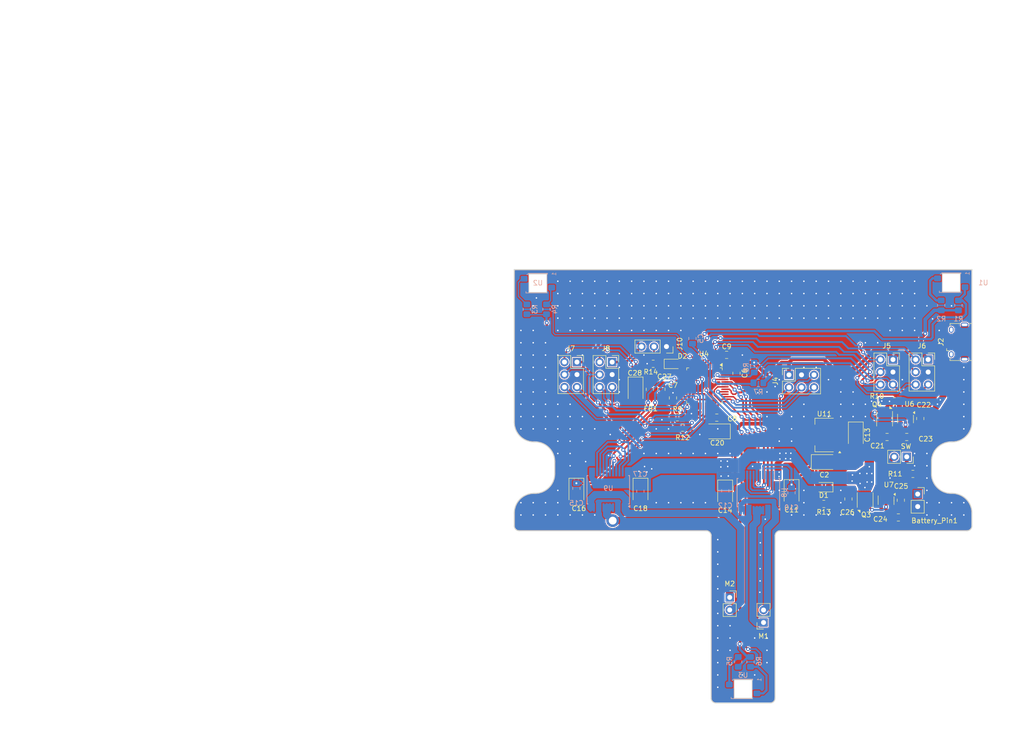
<source format=kicad_pcb>
(kicad_pcb (version 20241229) (generator "pcbnew") (generator_version "9.0")
  (layers (0 "F.Cu" signal) (2 "B.Cu" signal) (13 "F.Paste" user) (15 "B.Paste" user) (5 "F.SilkS" user "F.Silkscreen") (7 "B.SilkS" user "B.Silkscreen") (1 "F.Mask" user) (3 "B.Mask" user) (25 "Edge.Cuts" user))
  (net 0 "")
  (net 1 "+3.3V")
  (net 2 "GND")
  (net 3 "+BATT")
  (net 4 "VBUS")
  (net 14 "/MCU/SCL1")
  (net 15 "/MCU/SDA1")
  (net 16 "/MCU/XSHUT1")
  (net 17 "/MCU/XSHUT2")
  (net 18 "/MCU/XSHUT3")
  (net 19 "/MCU/SDA2")
  (net 20 "/MCU/SCL2")
  (net 21 "/MCU/XSHUT4")
  (net 22 "/MCU/STARTER")
  (net 23 "/MCU/LS1")
  (net 24 "/MCU/LS2")
  (net 25 "/MCU/LS3")
  (net 26 "/voltage_supply/ideal_diode_batt/VCAP")
  (net 27 "/MCU/M1_OUT1")
  (net 28 "/MCU/M1_OUT2")
  (net 29 "/MCU/PWM1")
  (net 30 "/MCU/PWM2")
  (net 31 "/MCU/M2_OUT1")
  (net 32 "/MCU/M2_OUT2")
  (net 33 "/voltage_supply/ideal_diode_batt/EN")
  (net 34 "/voltage_supply/ideal_diode_batt/GATE")
  (net 35 "/voltage_supply/ideal_diode_vbus/VCAP")
  (net 36 "/voltage_supply/ideal_diode_vbus/EN")
  (net 37 "/voltage_supply/ideal_diode_vbus/GATE")
  (net 38 "/Motors_Control/M21")
  (net 39 "/Motors_Control/M22")
  (net 40 "/Motors_Control/M12")
  (net 41 "/Motors_Control/M11")
  (net 42 "/sensors/Ls1R150")
  (net 43 "/sensors/Ls2R150")
  (net 44 "/sensors/Ls3R150")
  (net 45 "/voltage_supply/ideal_diode_batt/ANODE")
  (net 46 "Net-(Switch_Power1-Pin_1)")
  (net 47 "/MCU/NRESET")
  (net 50 "/MCU/SWO")
  (net 51 "/MCU/SWCLK")
  (net 52 "/MCU/SWDIO")
  (net 53 "/MCU/EXTI1")
  (net 54 "/MCU/EXTI2")
  (net 55 "/MCU/EXTI3")
  (net 56 "/MCU/EXTI4")
  (net 59 "/MCU/STBY2")
  (net 61 "/MCU/LED1")
  (net 62 "/MCU/STBY1")
  (net 65 "/MCU/FERRITE")
  (net 70 "Net-(D1-K)")
  (net 71 "Net-(D2-K)")
  (footprint "Capacitor_Tantalum_SMD:CP_EIA-3528-12_Kemet-T_HandSolder" (layer "F.Cu") (at 117.125 99.525 -90)
    (property "Reference" "C16")
    (property "Value" "10u")
  )
  (footprint "Capacitor_SMD:C_0805_2012Metric_Pad1.18x1.45mm_HandSolder" (layer "F.Cu") (at 136.75 80.5625 90)
    (property "Reference" "C7")
    (property "Value" "100n")
  )
  (footprint "Package_DFN_QFN:DFN-8-1EP_3x3mm_P0.5mm_EP1.7x2.4mm" (layer "F.Cu") (at 179.75 84.7875 -90)
    (property "Reference" "Q4")
    (property "Value" "AON7422G" (hide yes))
  )
  (footprint "Connector_PinSocket_2.54mm:PinSocket_1x02_P2.54mm_Vertical" (layer "F.Cu") (at 148.275 121.1)
    (property "Reference" "M2")
    (property "Value" "Conn_01x02_Pin")
  )
  (footprint "Resistor_SMD:R_0805_2012Metric_Pad1.20x1.40mm_HandSolder" (layer "F.Cu") (at 132.725 73.625 180)
    (property "Reference" "R14")
    (property "Value" "1k5")
  )
  (footprint "Package_DFN_QFN:DFN-8-1EP_3x3mm_P0.5mm_EP1.7x2.4mm" (layer "F.Cu") (at 175.8 101.3125 90)
    (property "Reference" "Q3")
    (property "Value" "AON7422G" (hide yes))
  )
  (footprint "Package_QFP:LQFP-48_7x7mm_P0.5mm" (layer "F.Cu") (at 143.15 78.0625 -90)
    (property "Reference" "U4")
    (property "Value" "STM32G431CBT6")
  )
  (footprint "Capacitor_SMD:C_0805_2012Metric_Pad1.18x1.45mm_HandSolder" (layer "F.Cu") (at 134.4 78.8125 90)
    (property "Reference" "FB1")
    (property "Value" "BLM21PG221SN1D" (hide yes))
  )
  (footprint "Package_TO_SOT_SMD:SOT-23-6_Handsoldering" (layer "F.Cu") (at 184 84.75 -90)
    (property "Reference" "U6")
    (property "Value" "LM74700QDBVRQ1" (hide yes))
  )
  (footprint "Connector_PinSocket_2.54mm:PinSocket_2x03_P2.54mm_Vertical" (layer "F.Cu") (at 117.24 73.275)
    (property "Reference" "J7")
    (property "Value" "Conn_02x03_Top_Bottom" (hide yes))
  )
  (footprint "LED_SMD:LED_0805_2012Metric_Pad1.15x1.40mm_HandSolder" (layer "F.Cu") (at 167.4 98.7 180)
    (property "Reference" "D1")
    (property "Value" "LED")
  )
  (footprint "Capacitor_SMD:C_0805_2012Metric_Pad1.18x1.45mm_HandSolder" (layer "F.Cu") (at 147.65 71.8125)
    (property "Reference" "C9")
    (property "Value" "100n")
  )
  (footprint "Capacitor_Tantalum_SMD:CP_EIA-3528-12_Kemet-T_HandSolder" (layer "F.Cu") (at 167.5 93.6)
    (property "Reference" "C2")
    (property "Value" "10u")
  )
  (footprint "Capacitor_Tantalum_SMD:CP_EIA-3528-12_Kemet-T_HandSolder" (layer "F.Cu") (at 145.75 87.3625 180)
    (property "Reference" "C20")
    (property "Value" "10u")
  )
  (footprint "Capacitor_SMD:C_0805_2012Metric_Pad1.18x1.45mm_HandSolder" (layer "F.Cu") (at 132.05 78.8125 -90)
    (property "Reference" "C27")
    (property "Value" "100n" (hide yes))
  )
  (footprint "Capacitor_SMD:C_0805_2012Metric_Pad1.18x1.45mm_HandSolder" (layer "F.Cu") (at 149.65 75.5625 -90)
    (property "Reference" "C6")
    (property "Value" "100n")
  )
  (footprint "Capacitor_SMD:C_0805_2012Metric_Pad1.18x1.45mm_HandSolder" (layer "F.Cu") (at 145.65 84.5625 180)
    (property "Reference" "C8")
    (property "Value" "100n")
  )
  (footprint "Capacitor_Tantalum_SMD:CP_EIA-3528-12_Kemet-T_HandSolder" (layer "F.Cu") (at 173.9 88.1 -90)
    (property "Reference" "C13")
    (property "Value" "10u" (hide yes))
  )
  (footprint "Connector_PinSocket_2.54mm:PinSocket_2x03_P2.54mm_Vertical" (layer "F.Cu") (at 160.325 75.8725 90)
    (property "Reference" "J4")
    (property "Value" "Conn_02x03_Top_Bottom" (hide yes))
  )
  (footprint "Connector_PinSocket_2.54mm:PinSocket_1x02_P2.54mm_Vertical" (layer "F.Cu") (at 184.25 92.525 -90)
    (property "Reference" "SW")
    (property "Value" "Conn_01x02_Pin" (hide yes))
  )
  (footprint "Resistor_SMD:R_0805_2012Metric_Pad1.20x1.40mm_HandSolder" (layer "F.Cu") (at 181.75 81.25 180)
    (property "Reference" "R10")
    (property "Value" "10k")
  )
  (footprint "Capacitor_Tantalum_SMD:CP_EIA-3528-12_Kemet-T_HandSolder" (layer "F.Cu") (at 129.15 78.9625 -90)
    (property "Reference" "C28")
    (property "Value" "10u" (hide yes))
  )
  (footprint "Resistor_SMD:R_0805_2012Metric_Pad1.20x1.40mm_HandSolder" (layer "F.Cu") (at 185.5 96)
    (property "Reference" "R11")
    (property "Value" "10k")
  )
  (footprint "Package_TO_SOT_SMD:SOT-223-3_TabPin2" (layer "F.Cu") (at 167.5 88.1 180)
    (property "Reference" "U11")
    (property "Value" "LD1117S33TR_SOT223" (hide yes))
  )
  (footprint "Connector_PinSocket_2.54mm:PinSocket_2x03_P2.54mm_Vertical" (layer "F.Cu") (at 188.6 72.7625)
    (property "Reference" "J6")
    (property "Value" "Conn_02x03_Top_Bottom" (hide yes))
  )
  (footprint "Capacitor_Tantalum_SMD:CP_EIA-3528-12_Kemet-T_HandSolder" (layer "F.Cu") (at 147.35 99.9 -90)
    (property "Reference" "C14")
    (property "Value" "10u")
  )
  (footprint "Capacitor_Tantalum_SMD:CP_EIA-3528-12_Kemet-T_HandSolder" (layer "F.Cu") (at 160.85 99.8 -90)
    (property "Reference" "C11")
    (property "Value" "10u")
  )
  (footprint "Capacitor_SMD:C_0805_2012Metric_Pad1.18x1.45mm_HandSolder" (layer "F.Cu") (at 182.55 104.85)
    (property "Reference" "C24")
    (property "Value" "100n")
  )
  (footprint "Capacitor_SMD:C_0805_2012Metric_Pad1.18x1.45mm_HandSolder" (layer "F.Cu") (at 184.25 88.5 180)
    (property "Reference" "C23")
    (property "Value" "100n")
  )
  (footprint "Capacitor_SMD:C_0805_2012Metric_Pad1.18x1.45mm_HandSolder" (layer "F.Cu") (at 183.05 101.35 90)
    (property "Reference" "C25")
    (property "Value" "100n")
  )
  (footprint "Resistor_SMD:R_0805_2012Metric_Pad1.20x1.40mm_HandSolder" (layer "F.Cu") (at 138.7 86.6)
    (property "Reference" "R12")
    (property "Value" "1k5")
  )
  (footprint "Connector_USB:USB_Micro-B_Amphenol_10118194-0001LF_Horizontal" (layer "F.Cu") (at 194.7 69.2 90)
    (property "Reference" "J2")
    (property "Value" "USB_B_Micro")
  )
  (footprint "Connector_PinSocket_2.54mm:PinSocket_1x03_P2.54mm_Vertical" (layer "F.Cu") (at 135.425 70.125 -90)
    (property "Reference" "J10")
    (property "Value" "Conn_01x03_Pin" (hide yes))
  )
  (footprint "Resistor_SMD:R_0805_2012Metric_Pad1.20x1.40mm_HandSolder" (layer "F.Cu") (at 137.65 84.5)
    (property "Reference" "R9")
    (property "Value" "1k5")
  )
  (footprint "Capacitor_Tantalum_SMD:CP_EIA-3528-12_Kemet-T_HandSolder" (layer "F.Cu") (at 130.15 99.525 -90)
    (property "Reference" "C18")
    (property "Value" "10u")
  )
  (footprint "Connector_PinSocket_2.54mm:PinSocket_2x03_P2.54mm_Vertical" (layer "F.Cu") (at 181.45 72.7625)
    (property "Reference" "J5")
    (property "Value" "Conn_02x03_Top_Bottom" (hide yes))
  )
  (footprint "LED_SMD:LED_0805_2012Metric_Pad1.15x1.40mm_HandSolder" (layer "F.Cu") (at 136.825 73.65)
    (property "Reference" "D2")
    (property "Value" "LED")
  )
  (footprint "Capacitor_SMD:C_0805_2012Metric_Pad1.18x1.45mm_HandSolder" (layer "F.Cu") (at 172.4 101.1 -90)
    (property "Reference" "C26")
    (property "Value" "100n")
  )
  (footprint "Connector_PinSocket_2.54mm:PinSocket_2x03_P2.54mm_Vertical" (layer "F.Cu") (at 124.39 73.275)
    (property "Reference" "J8")
    (property "Value" "Conn_02x03_Top_Bottom" (hide yes))
  )
  (footprint "Package_TO_SOT_SMD:SOT-23-6_Handsoldering" (layer "F.Cu") (at 180.05 101.35 -90)
    (property "Reference" "U7")
    (property "Value" "LM74700QDBVTQ1" (hide yes))
  )
  (footprint "Connector_PinSocket_2.54mm:PinSocket_1x02_P2.54mm_Vertical" (layer "F.Cu") (at 186.475 100.1)
    (property "Reference" "Battery_Pin1")
    (property "Value" "Conn_01x02_Pin" (hide yes))
  )
  (footprint "Connector_PinSocket_2.54mm:PinSocket_1x02_P2.54mm_Vertical" (layer "F.Cu") (at 155.15 126.2 180)
    (property "Reference" "M1")
    (property "Value" "Conn_01x02_Pin")
  )
  (footprint "Capacitor_SMD:C_0805_2012Metric_Pad1.18x1.45mm_HandSolder" (layer "F.Cu") (at 187 84.75 90)
    (property "Reference" "C22")
    (property "Value" "100n" (hide yes))
  )
  (footprint "Resistor_SMD:R_0805_2012Metric_Pad1.20x1.40mm_HandSolder" (layer "F.Cu") (at 167.4 102.1 180)
    (property "Reference" "R13")
    (property "Value" "1k5")
  )
  (footprint "Capacitor_SMD:C_0805_2012Metric_Pad1.18x1.45mm_HandSolder" (layer "F.Cu") (at 180.25 88.5)
    (property "Reference" "C21")
    (property "Value" "100n")
  )
  (footprint "Capacitor_SMD:C_0805_2012Metric_Pad1.18x1.45mm_HandSolder" (layer "B.Cu") (at 147.375 99.425 -90)
    (property "Reference" "C12")
    (property "Value" "100n")
  )
  (footprint "OptoDevice:Everlight_ITR8307" (layer "B.Cu") (at 193.3 57.15 -90)
    (property "Reference" "U1")
    (property "Value" "ITR8307")
    (fp_line (start -1.85 1.8) (end 1.85 1.8) (stroke (width 0.12)) (layer "Edge.Cuts"))
    (fp_line (start 1.85 1.8) (end 1.85 -1.8) (stroke (width 0.12)) (layer "Edge.Cuts"))
    (fp_line (start -1.85 -1.8) (end -1.85 1.8) (stroke (width 0.12)) (layer "Edge.Cuts"))
    (fp_line (start 1.85 -1.8) (end -1.85 -1.8) (stroke (width 0.12)) (layer "Edge.Cuts"))
  )
  (footprint "Resistor_SMD:R_0805_2012Metric_Pad1.20x1.40mm_HandSolder" (layer "B.Cu") (at 111.05 62.55 90)
    (property "Reference" "R4")
    (property "Value" "10k")
  )
  (footprint "Capacitor_SMD:C_0805_2012Metric_Pad1.18x1.45mm_HandSolder" (layer "B.Cu") (at 130.125 99.525 -90)
    (property "Reference" "C17")
    (property "Value" "100n")
  )
  (footprint "Resistor_SMD:R_0805_2012Metric_Pad1.20x1.40mm_HandSolder" (layer "B.Cu") (at 153.25 74.3625 -90)
    (property "Reference" "R8")
    (property "Value" "1k5")
  )
  (footprint "Package_SO:SSOP-24_5.3x8.2mm_P0.65mm" (layer "B.Cu") (at 123.6 99.225 90)
    (property "Reference" "U9")
    (property "Value" "TB6612FNG")
  )
  (footprint "Resistor_SMD:R_0805_2012Metric_Pad1.20x1.40mm_HandSolder" (layer "B.Cu") (at 150 134.2 90)
    (property "Reference" "R5")
    (property "Value" "150")
  )
  (footprint "Capacitor_SMD:C_0805_2012Metric_Pad1.18x1.45mm_HandSolder" (layer "B.Cu") (at 140.7 68.5 90)
    (property "Reference" "C5")
    (property "Value" "100n")
  )
  (footprint "Resistor_SMD:R_0805_2012Metric_Pad1.20x1.40mm_HandSolder" (layer "B.Cu") (at 191.25 61.75 90)
    (property "Reference" "R2")
    (property "Value" "150")
  )
  (footprint "OptoDevice:Everlight_ITR8307" (layer "B.Cu") (at 151 139.7 -90)
    (property "Reference" "U3")
    (property "Value" "ITR8307")
    (fp_line (start -1.85 1.8) (end 1.85 1.8) (stroke (width 0.12)) (layer "Edge.Cuts"))
    (fp_line (start 1.85 1.8) (end 1.85 -1.8) (stroke (width 0.12)) (layer "Edge.Cuts"))
    (fp_line (start -1.85 -1.8) (end -1.85 1.8) (stroke (width 0.12)) (layer "Edge.Cuts"))
    (fp_line (start 1.85 -1.8) (end -1.85 -1.8) (stroke (width 0.12)) (layer "Edge.Cuts"))
  )
  (footprint "Resistor_SMD:R_0805_2012Metric_Pad1.20x1.40mm_HandSolder" (layer "B.Cu") (at 152.5 134.2 -90)
    (property "Reference" "R6")
    (property "Value" "10k")
  )
  (footprint "Package_SO:SSOP-24_5.3x8.2mm_P0.65mm" (layer "B.Cu") (at 154.1 99.8 90)
    (property "Reference" "U8")
    (property "Value" "TB6612FNG")
  )
  (footprint "OptoDevice:Everlight_ITR8307" (layer "B.Cu") (at 109.3 57.25 -90)
    (property "Reference" "U2")
    (property "Value" "ITR8307")
    (fp_line (start -1.85 1.8) (end 1.85 1.8) (stroke (width 0.12)) (layer "Edge.Cuts"))
    (fp_line (start 1.85 1.8) (end 1.85 -1.8) (stroke (width 0.12)) (layer "Edge.Cuts"))
    (fp_line (start -1.85 -1.8) (end -1.85 1.8) (stroke (width 0.12)) (layer "Edge.Cuts"))
    (fp_line (start 1.85 -1.8) (end -1.85 -1.8) (stroke (width 0.12)) (layer "Edge.Cuts"))
  )
  (footprint "Resistor_SMD:R_0805_2012Metric_Pad1.20x1.40mm_HandSolder" (layer "B.Cu") (at 107.05 62.55 90)
    (property "Reference" "R3")
    (property "Value" "150")
  )
  (footprint "Capacitor_SMD:C_0805_2012Metric_Pad1.18x1.45mm_HandSolder" (layer "B.Cu") (at 117.125 98.925 -90)
    (property "Reference" "C15")
    (property "Value" "100n")
  )
  (footprint "Resistor_SMD:R_0805_2012Metric_Pad1.20x1.40mm_HandSolder" (layer "B.Cu") (at 194.75 61.75 90)
    (property "Reference" "R1")
    (property "Value" "10k")
  )
  (footprint "Capacitor_SMD:C_0805_2012Metric_Pad1.18x1.45mm_HandSolder" (layer "B.Cu") (at 160.83 99.82 -90)
    (property "Reference" "C10")
    (property "Value" "100n")
  )
  (footprint "Resistor_SMD:R_0805_2012Metric_Pad1.20x1.40mm_HandSolder" (layer "B.Cu") (at 154.1 77.5 180)
    (property "Reference" "R7")
    (property "Value" "1k5")
  )
  (gr_arc (start 197.5 106.550001) (mid 197.207106 107.257107) (end 196.5 107.55) (stroke (width 0.2)) (layer "Edge.Cuts"))
  (gr_line (start 197.5 106.550001) (end 197.5 103.949999) (stroke (width 0.2)) (layer "Edge.Cuts"))
  (gr_arc (start 193.5 99.95) (mid 196.328427 101.121573) (end 197.5 103.949999) (stroke (width 0.2)) (layer "Edge.Cuts"))
  (gr_arc (start 189.28 93.5) (mid 190.451573 90.671573) (end 193.28 89.5) (stroke (width 0.2)) (layer "Edge.Cuts"))
  (gr_arc (start 143.5 107.55) (mid 144.207107 107.842893) (end 144.5 108.55) (stroke (width 0.2)) (layer "Edge.Cuts"))
  (gr_arc (start 112.72 95.95) (mid 111.54862 98.778234) (end 108.720545 99.95) (stroke (width 0.2)) (layer "Edge.Cuts"))
  (gr_arc (start 157.5 141.55) (mid 157.207107 142.257107) (end 156.5 142.55) (stroke (width 0.2)) (layer "Edge.Cuts"))
  (gr_line (start 197.5 85.5) (end 197.5 54.5) (stroke (width 0.2)) (layer "Edge.Cuts"))
  (gr_arc (start 197.5 85.5) (mid 196.328427 88.328427) (end 193.499999 89.5) (stroke (width 0.2)) (layer "Edge.Cuts"))
  (gr_arc (start 104.501467 104.004015) (mid 105.653432 101.140948) (end 108.500505 99.95003) (stroke (width 0.2)) (layer "Edge.Cuts"))
  (gr_line (start 145.5 142.55) (end 156.5 142.55) (stroke (width 0.2)) (layer "Edge.Cuts"))
  (gr_line (start 144.5 108.55) (end 144.5 141.55) (stroke (width 0.2)) (layer "Edge.Cuts"))
  (gr_line (start 189.28 95.95) (end 189.28 93.5) (stroke (width 0.2)) (layer "Edge.Cuts"))
  (gr_line (start 112.72 93.5) (end 112.72 95.95) (stroke (width 0.2)) (layer "Edge.Cuts"))
  (gr_arc (start 157.5 108.549998) (mid 157.792893 107.842893) (end 158.499998 107.55) (stroke (width 0.2)) (layer "Edge.Cuts"))
  (gr_line (start 197.5 54.5) (end 104.5 54.5) (stroke (width 0.2)) (layer "Edge.Cuts"))
  (gr_line (start 193.5 99.95) (end 193.28 99.95) (stroke (width 0.2)) (layer "Edge.Cuts"))
  (gr_line (start 158.499998 107.55) (end 196.5 107.55) (stroke (width 0.2)) (layer "Edge.Cuts"))
  (gr_arc (start 145.5 142.55) (mid 144.792893 142.257107) (end 144.5 141.55) (stroke (width 0.2)) (layer "Edge.Cuts"))
  (gr_line (start 193.28 89.5) (end 193.499999 89.5) (stroke (width 0.2)) (layer "Edge.Cuts"))
  (gr_line (start 157.5 141.55) (end 157.5 108.549998) (stroke (width 0.2)) (layer "Edge.Cuts"))
  (gr_line (start 105.5 107.55) (end 143.5 107.55) (stroke (width 0.2)) (layer "Edge.Cuts"))
  (gr_arc (start 108.5 89.5) (mid 105.671573 88.328427) (end 104.5 85.5) (stroke (width 0.2)) (layer "Edge.Cuts"))
  (gr_line (start 104.5 54.5) (end 104.5 85.5) (stroke (width 0.2)) (layer "Edge.Cuts"))
  (gr_line (start 104.501467 104.004015) (end 104.501467 106.604146) (stroke (width 0.2)) (layer "Edge.Cuts"))
  (gr_arc (start 105.5 107.55) (mid 104.812303 107.275998) (end 104.501467 106.604146) (stroke (width 0.2)) (layer "Edge.Cuts"))
  (gr_line (start 108.720545 99.95) (end 108.500505 99.95003) (stroke (width 0.2)) (layer "Edge.Cuts"))
  (gr_line (start 108.5 89.5) (end 108.72 89.5) (stroke (width 0.2)) (layer "Edge.Cuts"))
  (gr_arc (start 108.72 89.5) (mid 111.548427 90.671573) (end 112.72 93.5) (stroke (width 0.2)) (layer "Edge.Cuts"))
  (gr_arc (start 193.28 99.95) (mid 190.451573 98.778427) (end 189.28 95.95) (stroke (width 0.2)) (layer "Edge.Cuts"))
  (segment (start 117.125 92.975) (end 124.4 85.7) (width 0.5) (layer "F.Cu") (net 1))
  (segment (start 124.575056 93.607008) (end 124.575056 94.174944) (width 0.381) (layer "F.Cu") (net 1))
  (segment (start 158.8 73.4) (end 156.4 75.8) (width 0.762) (layer "F.Cu") (net 1))
  (segment (start 130.75 89.8) (end 130.125 90.425) (width 0.5) (layer "F.Cu") (net 1))
  (segment (start 126.325 86.875) (end 125.15 85.7) (width 0.5) (layer "F.Cu") (net 1))
  (segment (start 138.1125 78.8125) (end 137.75 78.45) (width 0.3) (layer "F.Cu") (net 1))
  (segment (start 122.349 83.649) (end 119.4 80.7) (width 0.5) (layer "F.Cu") (net 1))
  (segment (start 119.4 80.7) (end 119.4 74.2) (width 0.5) (layer "F.Cu") (net 1))
  (segment (start 149.4 87.1) (end 147.64 87.1) (width 0.762) (layer "F.Cu") (net 1))
  (segment (start 187.168 71.3305) (end 187.168 68.332) (width 0.762) (layer "F.Cu") (net 1))
  (segment (start 150.7 85.8) (end 162.05 85.8) (width 0.762) (layer "F.Cu") (net 1))
  (segment (start 161 72.7) (end 160.3 73.4) (width 0.762) (layer "F.Cu") (net 1))
  (segment (start 127.195 73.275) (end 124.39 73.275) (width 0.5) (layer "F.Cu") (net 1))
  (segment (start 147.64 87.1) (end 147.3775 87.3625) (width 0.762) (layer "F.Cu") (net 1))
  (segment (start 135.7 78.45) (end 134.4 79.75) (width 0.3) (layer "F.Cu") (net 1))
  (segment (start 187.168 68.332) (end 188 67.5) (width 0.762) (layer "F.Cu") (net 1))
  (segment (start 111.1 67.4) (end 112.9 69.2) (width 0.5) (layer "F.Cu") (net 1))
  (segment (start 138.9875 78.8125) (end 138.1125 78.8125) (width 0.3) (layer "F.Cu") (net 1))
  (segment (start 136.65 85.55) (end 137.7 86.6) (width 0.5) (layer "F.Cu") (net 1))
  (segment (start 169.3 74.6) (end 173.9 74.6) (width 0.762) (layer "F.Cu") (net 1))
  (segment (start 165.4225 93.6) (end 165.8725 93.6) (width 0.5) (layer "F.Cu") (net 1))
  (segment (start 137.7 86.6) (end 140.9 89.8) (width 0.5) (layer "F.Cu") (net 1))
  (segment (start 160.3 73.4) (end 160.325 73.425) (width 0.762) (layer "F.Cu") (net 1))
  (segment (start 137.75 78.45) (end 135.7 78.45) (width 0.3) (layer "F.Cu") (net 1))
  (segment (start 122.2 69.2) (end 129.42 69.2) (width 0.5) (layer "F.Cu") (net 1))
  (segment (start 125.15 85.7) (end 124.4 85.7) (width 0.5) (layer "F.Cu") (net 1))
  (segment (start 153.25 73.3625) (end 150.8125 73.3625) (width 0.762) (layer "F.Cu") (net 1))
  (segment (start 117.125 97.8975) (end 117.125 92.975) (width 0.5) (layer "F.Cu") (net 1))
  (segment (start 146.6875 83.8875) (end 146.6875 84.5625) (width 0.3) (layer "F.Cu") (net 1))
  (segment (start 179.9 70.9) (end 181.45 72.45) (width 0.762) (layer "F.Cu") (net 1))
  (segment (start 138.9875 80.8125) (end 138.1 80.8125) (width 0.3) (layer "F.Cu") (net 1))
  (segment (start 164.35 88.1) (end 164.35 84.65) (width 0.762) (layer "F.Cu") (net 1))
  (segment (start 118.475 73.275) (end 117.24 73.275) (width 0.5) (layer "F.Cu") (net 1))
  (segment (start 111.1 65.3) (end 111.1 67.4) (width 0.5) (layer "F.Cu") (net 1))
  (segment (start 119.4 72) (end 122.2 69.2) (width 0.5) (layer "F.Cu") (net 1))
  (segment (start 181.45 72.45) (end 181.45 72.7625) (width 0.762) (layer "F.Cu") (net 1))
  (segment (start 147.3125 75.3125) (end 148.8625 75.3125) (width 0.3) (layer "F.Cu") (net 1))
  (segment (start 156.4 75.8) (end 155.6875 75.8) (width 0.762) (layer "F.Cu") (net 1))
  (segment (start 138.1 80.8125) (end 137.3125 81.6) (width 0.3) (layer "F.Cu") (net 1))
  (segment (start 145.9 73.4125) (end 146.6125 72.7) (width 0.3) (layer "F.Cu") (net 1))
  (segment (start 149.65 74.525) (end 149.325 74.525) (width 0.762) (layer "F.Cu") (net 1))
  (segment (start 177.6 70.9) (end 179.9 70.9) (width 0.762) (layer "F.Cu") (net 1))
  (segment (start 145.9 73.9) (end 145.9 73.4125) (width 0.3) (layer "F.Cu") (net 1))
  (segment (start 146.6125 72.7) (end 146.6125 71.8125) (width 0.3) (layer "F.Cu") (net 1))
  (segment (start 148.2 89.8) (end 149.4 88.6) (width 0.5) (layer "F.Cu") (net 1))
  (segment (start 138.9875 78.8125) (end 138.9875 79.3125) (width 0.3) (layer "F.Cu") (net 1))
  (segment (start 169.3 79.7) (end 169.3 74.6) (width 0.762) (layer "F.Cu") (net 1))
  (segment (start 119.4 74.2) (end 118.475 73.275) (width 0.5) (layer "F.Cu") (net 1))
  (segment (start 136.65 81.7) (end 136.75 81.6) (width 0.5) (layer "F.Cu") (net 1))
  (segment (start 134.4 79.85) (end 134.4 80.4125) (width 0.5) (layer "F.Cu") (net 1))
  (segment (start 147.3775 85.2525) (end 146.6875 84.5625) (width 0.762) (layer "F.Cu") (net 1))
  (segment (start 122.851 84.151) (end 122.847504 84.151) (width 0.5) (layer "F.Cu") (net 1))
  (segment (start 181.45 72.7625) (end 181.45 72.65) (width 0.762) (layer "F.Cu") (net 1))
  (segment (start 187.168 71.3305) (end 188.6 72.7625) (width 0.762) (layer "F.Cu") (net 1))
  (segment (start 145.9 82.225) (end 145.9 83.1) (width 0.3) (layer "F.Cu") (net 1))
  (segment (start 149.325 74.525) (end 146.6125 71.8125) (width 0.762) (layer "F.Cu") (net 1))
  (segment (start 148.2 89.8) (end 140.9 89.8) (width 0.5) (layer "F.Cu") (net 1))
  (segment (start 119.4 74.2) (end 119.4 72) (width 0.5) (layer "F.Cu") (net 1))
  (segment (start 150.4 100.85) (end 149.4 99.85) (width 0.5) (layer "F.Cu") (net 1))
  (segment (start 124.4 85.7) (end 122.851 84.151) (width 0.5) (layer "F.Cu") (net 1))
  (segment (start 134.4 80.4125) (end 135.5875 81.6) (width 0.5) (layer "F.Cu") (net 1))
  (segment (start 173.9 74.6) (end 177.6 70.9) (width 0.762) (layer "F.Cu") (net 1))
  (segment (start 148.8625 75.3125) (end 149.65 74.525) (width 0.3) (layer "F.Cu") (net 1))
  (segment (start 150.3 130.55) (end 150.4 130.45) (width 0.5) (layer "F.Cu") (net 1))
  (segment (start 149.4 99.85) (end 149.4 88.6) (width 0.5) (layer "F.Cu") (net 1))
  (segment (start 165.8725 93.6) (end 165.8725 98.1975) (width 0.5) (layer "F.Cu") (net 1))
  (segment (start 122.847504 84.151) (end 122.349 83.652496) (width 0.5) (layer "F.Cu") (net 1))
  (segment (start 149.4 88.6) (end 149.4 87.1) (width 0.5) (layer "F.Cu") (net 1))
  (segment (start 122.349 83.652496) (end 122.349 83.649) (width 0.5) (layer "F.Cu") (net 1))
  (segment (start 150.7 85.8) (end 149.4 87.1) (width 0.762) (layer "F.Cu") (net 1))
  (segment (start 160.3 73.4) (end 158.8 73.4) (width 0.762) (layer "F.Cu") (net 1))
  (segment (start 162.05 85.8) (end 164.35 88.1) (width 0.762) (layer "F.Cu") (net 1))
  (segment (start 147.3775 87.3625) (end 147.3775 85.2525) (width 0.762) (layer "F.Cu") (net 1))
  (segment (start 136.65 84.5) (end 136.65 81.7) (width 0.5) (layer "F.Cu") (net 1))
  (segment (start 160.325 73.425) (end 160.325 75.8725) (width 0.762) (layer "F.Cu") (net 1))
  (segment (start 165.8725 98.1975) (end 166.375 98.7) (width 0.5) (layer "F.Cu") (net 1))
  (segment (start 120.8525 97.8975) (end 117.125 97.8975) (width 0.381) (layer "F.Cu") (net 1))
  (segment (start 167.4 72.7) (end 161 72.7) (width 0.762) (layer "F.Cu") (net 1))
  (segment (start 150.4 130.45) (end 150.4 100.85) (width 0.5) (layer "F.Cu") (net 1))
  (segment (start 155.6875 75.8) (end 153.25 73.3625) (width 0.762) (layer "F.Cu") (net 1))
  (segment (start 150.8125 73.3625) (end 149.65 74.525) (width 0.762) (layer "F.Cu") (net 1))
  (segment (start 181.45 72.65) (end 182.7695 71.3305) (width 0.762) (layer "F.Cu") (net 1))
  (segment (start 134.4 79.75) (end 134.4 79.85) (width 0.3) (layer "F.Cu") (net 1))
  (segment (start 112.9 69.2) (end 122.2 69.2) (width 0.5) (layer "F.Cu") (net 1))
  (segment (start 124.575056 94.174944) (end 120.8525 97.8975) (width 0.381) (layer "F.Cu") (net 1))
  (segment (start 169.3 74.6) (end 167.4 72.7) (width 0.762) (layer "F.Cu") (net 1))
  (segment (start 130.345 70.125) (end 127.195 73.275) (width 0.5) (layer "F.Cu") (net 1))
  (segment (start 117.125 97.525) (end 117.125 97.8975) (width 0.5) (layer "F.Cu") (net 1))
  (segment (start 131.6 89.8) (end 130.75 89.8) (width 0.5) (layer "F.Cu") (net 1))
  (segment (start 136.65 84.5625) (end 136.65 85.55) (width 0.5) (layer "F.Cu") (net 1))
  (segment (start 182.7695 71.3305) (end 187.168 71.3305) (width 0.762) (layer "F.Cu") (net 1))
  (segment (start 137.3125 81.6) (end 136.75 81.6) (width 0.3) (layer "F.Cu") (net 1))
  (segment (start 140.9 89.8) (end 131.6 89.8) (width 0.5) (layer "F.Cu") (net 1))
  (segment (start 160.85 98.1725) (end 165.4225 93.6) (width 0.5) (layer "F.Cu") (net 1))
  (segment (start 135.5875 81.6) (end 136.75 81.6) (width 0.5) (layer "F.Cu") (net 1))
  (segment (start 145.9 83.1) (end 146.6875 83.8875) (width 0.3) (layer "F.Cu") (net 1))
  (segment (start 124.842231 93.339833) (end 124.575056 93.607008) (width 0.381) (layer "F.Cu") (net 1))
  (segment (start 164.35 84.65) (end 169.3 79.7) (width 0.762) (layer "F.Cu") (net 1))
  (segment (start 129.42 69.2) (end 130.345 70.125) (width 0.5) (layer "F.Cu") (net 1))
  (via (at 156.4 75.8) (size 0.8) (drill 0.4) (layers "F.Cu" "B.Cu") (net 1))
  (via (at 153.25 73.3625) (size 0.8) (drill 0.4) (layers "F.Cu" "B.Cu") (net 1))
  (via (at 111.1 65.3) (size 0.8) (drill 0.4) (layers "F.Cu" "B.Cu") (net 1))
  (via (at 188 67.5) (size 0.8) (drill 0.4) (layers "F.Cu" "B.Cu") (net 1))
  (via (at 150.3 130.55) (size 0.8) (drill 0.4) (layers "F.Cu" "B.Cu") (net 1))
  (via (at 160.85 98.1725) (size 0.8) (drill 0.4) (layers "F.Cu" "B.Cu") (net 1))
  (via (at 124.842231 93.339833) (size 0.8) (drill 0.4) (layers "F.Cu" "B.Cu") (net 1))
  (via (at 126.325 86.875) (size 0.6) (drill 0.3) (layers "F.Cu" "B.Cu") (net 1))
  (via (at 130.125 90.425) (size 0.6) (drill 0.3) (layers "F.Cu" "B.Cu") (net 1))
  (via (at 117.125 97.8975) (size 0.8) (drill 0.4) (layers "F.Cu" "B.Cu") (net 1))
  (segment (start 124.842231 93.339833) (end 124.842231 93.357864) (width 0.381) (layer "B.Cu") (net 1))
  (segment (start 107.1 63.65) (end 111 63.65) (width 0.3) (layer "B.Cu") (net 1))
  (segment (start 150.3 131.6) (end 150.3 130.55) (width 0.5) (layer "B.Cu") (net 1))
  (segment (start 160.83 95.003) (end 160.027 94.2) (width 0.5) (layer "B.Cu") (net 1))
  (segment (start 160.027 94.2) (end 155.327 94.2) (width 0.5) (layer "B.Cu") (net 1))
  (segment (start 188 64.6) (end 189.85 62.75) (width 0.762) (layer "B.Cu") (net 1))
  (segment (start 111.05 63.55) (end 111.05 65.25) (width 0.5) (layer "B.Cu") (net 1))
  (segment (start 124.842231 93.357864) (end 124.575 93.625095) (width 0.381) (layer "B.Cu") (net 1))
  (segment (start 189.85 62.75) (end 191.25 62.75) (width 0.762) (layer "B.Cu") (net 1))
  (segment (start 152 133.2) (end 150 135.2) (width 0.5) (layer "B.Cu") (net 1))
  (segment (start 160.83 98.7825) (end 160.83 95.003) (width 0.5) (layer "B.Cu") (net 1))
  (segment (start 129.875 90.425) (end 126.325 86.875) (width 0.5) (layer "B.Cu") (net 1))
  (segment (start 156.4 76.2) (end 155.1 77.5) (width 0.762) (layer "B.Cu") (net 1))
  (segment (start 155.327 94.2) (end 155.075 94.452) (width 0.5) (layer "B.Cu") (net 1))
  (segment (start 155.075 96.2) (end 155.075 94.452) (width 0.381) (layer "B.Cu") (net 1))
  (segment (start 117.125 97.8975) (end 118.0725 97.8975) (width 0.5) (layer "B.Cu") (net 1))
  (segment (start 124.575 93.625095) (end 124.575 95.625) (width 0.381) (layer "B.Cu") (net 1))
  (segment (start 188 67.5) (end 188 64.6) (width 0.762) (layer "B.Cu") (net 1))
  (segment (start 117.125 97.8875) (end 117.125 97.85) (width 0.381) (layer "B.Cu") (net 1))
  (segment (start 152.5 133.2) (end 151.9 133.2) (width 0.5) (layer "B.Cu") (net 1))
  (segment (start 152.5 133.2) (end 152 133.2) (width 0.5) (layer "B.Cu") (net 1))
  (segment (start 111 63.65) (end 111.05 63.6) (width 0.3) (layer "B.Cu") (net 1))
  (segment (start 156.4 75.8) (end 156.4 76.2) (width 0.762) (layer "B.Cu") (net 1))
  (segment (start 130.125 90.425) (end 129.875 90.425) (width 0.5) (layer "B.Cu") (net 1))
  (segment (start 151.9 133.2) (end 150.3 131.6) (width 0.5) (layer "B.Cu") (net 1))
  (segment (start 111.05 65.25) (end 111.1 65.3) (width 0.5) (layer "B.Cu") (net 1))
  (segment (start 191.25 62.75) (end 194.75 62.75) (width 0.5) (layer "B.Cu") (net 1))
  (segment (start 147.3125 75.8125) (end 148.8625 75.8125) (width 0.3) (layer "F.Cu") (net 2))
  (segment (start 145.4 83.1) (end 144.6125 83.8875) (width 0.3) (layer "F.Cu") (net 2))
  (segment (start 138.1 80.3125) (end 137.3125 79.525) (width 0.3) (layer "F.Cu") (net 2))
  (segment (start 148.8625 75.8125) (end 149.65 76.6) (width 0.3) (layer "F.Cu") (net 2))
  (segment (start 138.9875 80.3125) (end 138.1 80.3125) (width 0.3) (layer "F.Cu") (net 2))
  (segment (start 144.6125 83.8875) (end 144.6125 84.5625) (width 0.3) (layer "F.Cu") (net 2))
  (segment (start 145.4 82.225) (end 145.4 83.1) (width 0.3) (layer "F.Cu") (net 2))
  (segment (start 137.3125 79.525) (end 136.75 79.525) (width 0.3) (layer "F.Cu") (net 2))
  (via (at 170.85 84.35) (size 0.6) (drill 0.3) (layers "F.Cu" "B.Cu") (net 2))
  (via (at 189.5 64.5) (size 0.6) (drill 0.3) (layers "F.Cu" "B.Cu") (net 2))
  (via (at 118.35 84.35) (size 0.6) (drill 0.3) (layers "F.Cu" "B.Cu") (net 2))
  (via (at 108.35 71.85) (size 0.6) (drill 0.3) (layers "F.Cu" "B.Cu") (net 2))
  (via (at 105.85 101.85) (size 0.6) (drill 0.3) (layers "F.Cu" "B.Cu") (net 2))
  (via (at 175.85 56.85) (size 0.6) (drill 0.3) (layers "F.Cu" "B.Cu") (net 2))
  (via (at 160.85 61.85) (size 0.6) (drill 0.3) (layers "F.Cu" "B.Cu") (net 2))
  (via (at 133.35 86.85) (size 0.6) (drill 0.3) (layers "F.Cu" "B.Cu") (net 2))
  (via (at 168.35 84.35) (size 0.6) (drill 0.3) (layers "F.Cu" "B.Cu") (net 2))
  (via (at 188.35 94.35) (size 0.6) (drill 0.3) (layers "F.Cu" "B.Cu") (net 2))
  (via (at 105.85 84.35) (size 0.6) (drill 0.3) (layers "F.Cu" "B.Cu") (net 2))
  (via (at 185.85 61.85) (size 0.6) (drill 0.3) (layers "F.Cu" "B.Cu") (net 2))
  (via (at 163.35 61.85) (size 0.6) (drill 0.3) (layers "F.Cu" "B.Cu") (net 2))
  (via (at 135.85 66.85) (size 0.6) (drill 0.3) (layers "F.Cu" "B.Cu") (net 2))
  (via (at 135.85 64.35) (size 0.6) (drill 0.3) (layers "F.Cu" "B.Cu") (net 2))
  (via (at 163.35 59.35) (size 0.6) (drill 0.3) (layers "F.Cu" "B.Cu") (net 2))
  (via (at 148.35 59.35) (size 0.6) (drill 0.3) (layers "F.Cu" "B.Cu") (net 2))
  (via (at 168.35 56.85) (size 0.6) (drill 0.3) (layers "F.Cu" "B.Cu") (net 2))
  (via (at 110.85 101.85) (size 0.6) (drill 0.3) (layers "F.Cu" "B.Cu") (net 2))
  (via (at 145.85 139.35) (size 0.6) (drill 0.3) (layers "F.Cu" "B.Cu") (net 2))
  (via (at 110.85 104.35) (size 0.6) (drill 0.3) (layers "F.Cu" "B.Cu") (net 2))
  (via (at 120.85 64.35) (size 0.6) (drill 0.3) (layers "F.Cu" "B.Cu") (net 2))
  (via (at 115.85 91.85) (size 0.6) (drill 0.3) (layers "F.Cu" "B.Cu") (net 2))
  (via (at 180.85 59.35) (size 0.6) (drill 0.3) (layers "F.Cu" "B.Cu") (net 2))
  (via (at 158.35 61.85) (size 0.6) (drill 0.3) (layers "F.Cu" "B.Cu") (net 2))
  (via (at 190.85 101.85) (size 0.6) (drill 0.3) (layers "F.Cu" "B.Cu") (net 2))
  (via (at 138.35 61.85) (size 0.6) (drill 0.3) (layers "F.Cu" "B.Cu") (net 2))
  (via (at 136.75 79.525) (size 0.6) (drill 0.3) (layers "F.Cu" "B.Cu") (net 2))
  (via (at 109 60.25) (size 0.6) (drill 0.3) (layers "F.Cu" "B.Cu") (net 2))
  (via (at 123.35 61.85) (size 0.6) (drill 0.3) (layers "F.Cu" "B.Cu") (net 2))
  (via (at 133.35 56.85) (size 0.6) (drill 0.3) (layers "F.Cu" "B.Cu") (net 2))
  (via (at 140.5 83.75) (size 0.6) (drill 0.3) (layers "F.Cu" "B.Cu") (net 2))
  (via (at 152.925 94.475) (size 0.6) (drill 0.3) (layers "F.Cu" "B.Cu") (net 2))
  (via (at 118.35 59.35) (size 0.6) (drill 0.3) (layers "F.Cu" "B.Cu") (net 2))
  (via (at 140.85 56.85) (size 0.6) (drill 0.3) (layers "F.Cu" "B.Cu") (net 2))
  (via (at 148.35 56.85) (size 0.6) (drill 0.3) (layers "F.Cu" "B.Cu") (net 2))
  (via (at 175.85 69.35) (size 0.6) (drill 0.3) (layers "F.Cu" "B.Cu") (net 2))
  (via (at 153.35 64.35) (size 0.6) (drill 0.3) (layers "F.Cu" "B.Cu") (net 2))
  (via (at 150.85 71.85) (size 0.6) (drill 0.3) (layers "F.Cu" "B.Cu") (net 2))
  (via (at 173.35 79.35) (size 0.6) (drill 0.3) (layers "F.Cu" "B.Cu") (net 2))
  (via (at 173.35 61.85) (size 0.6) (drill 0.3) (layers "F.Cu" "B.Cu") (net 2))
  (via (at 135.85 91.85) (size 0.6) (drill 0.3) (layers "F.Cu" "B.Cu") (net 2))
  (via (at 145.85 61.85) (size 0.6) (drill 0.3) (layers "F.Cu" "B.Cu") (net 2))
  (via (at 165.85 74.35) (size 0.6) (drill 0.3) (layers "F.Cu" "B.Cu") (net 2))
  (via (at 150.85 56.85) (size 0.6) (drill 0.3) (layers "F.Cu" "B.Cu") (net 2))
  (via (at 185.85 66.85) (size 0.6) (drill 0.3) (layers "F.Cu" "B.Cu") (net 2))
  (via (at 113.35 64.35) (size 0.6) (drill 0.3) (layers "F.Cu" "B.Cu") (net 2))
  (via (at 165.85 104.35) (size 0.6) (drill 0.3) (layers "F.Cu" "B.Cu") (net 2))
  (via (at 140.85 61.85) (size 0.6) (drill 0.3) (layers "F.Cu" "B.Cu") (net 2))
  (via (at 143.35 56.85) (size 0.6) (drill 0.3) (layers "F.Cu" "B.Cu") (net 2))
  (via (at 153.35 136.85) (size 0.6) (drill 0.3) (layers "F.Cu" "B.Cu") (net 2))
  (via (at 110.85 74.35) (size 0.6) (drill 0.3) (layers "F.Cu" "B.Cu") (net 2))
  (via (at 150.85 64.35) (size 0.6) (drill 0.3) (layers "F.Cu" "B.Cu") (net 2))
  (via (at 123.35 59.35) (size 0.6) (drill 0.3) (layers "F.Cu" "B.Cu") (net 2))
  (via (at 108.35 74.35) (size 0.6) (drill 0.3) (layers "F.Cu" "B.Cu") (net 2))
  (via (at 133.35 61.85) (size 0.6) (drill 0.3) (layers "F.Cu" "B.Cu") (net 2))
  (via (at 135.85 56.85) (size 0.6) (drill 0.3) (layers "F.Cu" "B.Cu") (net 2))
  (via (at 131.5 73.6) (size 0.6) (drill 0.3) (layers "F.Cu" "B.Cu") (net 2))
  (via (at 110.85 86.85) (size 0.6) (drill 0.3) (layers "F.Cu" "B.Cu") (net 2))
  (via (at 108.35 86.85) (size 0.6) (drill 0.3) (layers "F.Cu" "B.Cu") (net 2))
  (via (at 173.35 104.35) (size 0.6) (drill 0.3) (layers "F.Cu" "B.Cu") (net 2))
  (via (at 183.35 61.85) (size 0.6) (drill 0.3) (layers "F.Cu" "B.Cu") (net 2))
  (via (at 145.85 59.35) (size 0.6) (drill 0.3) (layers "F.Cu" "B.Cu") (net 2))
  (via (at 180.85 56.85) (size 0.6) (drill 0.3) (layers "F.Cu" "B.Cu") (net 2))
  (via (at 168.35 76.85) (size 0.6) (drill 0.3) (layers "F.Cu" "B.Cu") (net 2))
  (via (at 158.35 76.85) (size 0.6) (drill 0.3) (layers "F.Cu" "B.Cu") (net 2))
  (via (at 140.85 91.85) (size 0.6) (drill 0.3) (layers "F.Cu" "B.Cu") (net 2))
  (via (at 128.35 64.35) (size 0.6) (drill 0.3) (layers "F.Cu" "B.Cu") (net 2))
  (via (at 188.35 104.35) (size 0.6) (drill 0.3) (layers "F.Cu" "B.Cu") (net 2))
  (via (at 133.35 64.35) (size 0.6) (drill 0.3) (layers "F.Cu" "B.Cu") (net 2))
  (via (at 105.85 66.85) (size 0.6) (drill 0.3) (layers "F.Cu" "B.Cu") (net 2))
  (via (at 163.35 99.35) (size 0.6) (drill 0.3) (layers "F.Cu" "B.Cu") (net 2))
  (via (at 110.85 84.35) (size 0.6) (drill 0.3) (layers "F.Cu" "B.Cu") (net 2))
  (via (at 190.85 66.85) (size 0.6) (drill 0.3) (layers "F.Cu" "B.Cu") (net 2))
  (via (at 110.85 69.35) (size 0.6) (drill 0.3) (layers "F.Cu" "B.Cu") (net 2))
  (via (at 175.85 61.85) (size 0.6) (drill 0.3) (layers "F.Cu" "B.Cu") (net 2))
  (via (at 118.35 71.85) (size 0.6) (drill 0.3) (layers "F.Cu" "B.Cu") (net 2))
  (via (at 128.35 59.35) (size 0.6) (drill 0.3) (layers "F.Cu" "B.Cu") (net 2))
  (via (at 185.85 56.85) (size 0.6) (drill 0.3) (layers "F.Cu" "B.Cu") (net 2))
  (via (at 155.85 131.85) (size 0.6) (drill 0.3) (layers "F.Cu" "B.Cu") (net 2))
  (via (at 115.85 104.35) (size 0.6) (drill 0.3) (layers "F.Cu" "B.Cu") (net 2))
  (via (at 135.85 101.85) (size 0.6) (drill 0.3) (layers "F.Cu" "B.Cu") (net 2))
  (via (at 128.35 56.85) (size 0.6) (drill 0.3) (layers "F.Cu" "B.Cu") (net 2))
  (via (at 163.35 101.85) (size 0.6) (drill 0.3) (layers "F.Cu" "B.Cu") (net 2))
  (via (at 145.85 109.35) (size 0.6) (drill 0.3) (layers "F.Cu" "B.Cu") (net 2))
  (via (at 163.35 81.85) (size 0.6) (drill 0.3) (layers "F.Cu" "B.Cu") (net 2))
  (via (at 105.85 76.85) (size 0.6) (drill 0.3) (layers "F.Cu" "B.Cu") (net 2))
  (via (at 158.35 89.35) (size 0.6) (drill 0.3) (layers "F.Cu" "B.Cu") (net 2))
  (via (at 165.85 61.85) (size 0.6) (drill 0.3) (layers "F.Cu" "B.Cu") (net 2))
  (via (at 160.85 104.35) (size 0.6) (drill 0.3) (layers "F.Cu" "B.Cu") (net 2))
  (via (at 145.85 116.85) (size 0.6) (drill 0.3) (layers "F.Cu" "B.Cu") (net 2))
  (via (at 183.35 66.85) (size 0.6) (drill 0.3) (layers "F.Cu" "B.Cu") (net 2))
  (via (at 115.85 66.85) (size 0.6) (drill 0.3) (layers "F.Cu" "B.Cu") (net 2))
  (via (at 170.85 104.35) (size 0.6) (drill 0.3) (layers "F.Cu" "B.Cu") (net 2))
  (via (at 108.35 101.85) (size 0.6) (drill 0.3) (layers "F.Cu" "B.Cu") (net 2))
  (via (at 145.85 86.85) (size 0.6) (drill 0.3) (layers "F.Cu" "B.Cu") (net 2))
  (via (at 173.35 64.35) (size 0.6) (drill 0.3) (layers "F.Cu" "B.Cu") (net 2))
  (via (at 185.85 91.85) (size 0.6) (drill 0.3) (layers "F.Cu" "B.Cu") (net 2))
  (via (at 163.35 74.35) (size 0.6) (drill 0.3) (layers "F.Cu" "B.Cu") (net 2))
  (via (at 108.35 84.35) (size 0.6) (drill 0.3) (layers "F.Cu" "B.Cu") (net 2))
  (via (at 120.85 66.85) (size 0.6) (drill 0.3) (layers "F.Cu" "B.Cu") (net 2))
  (via (at 123.65 92.25) (size 0.6) (drill 0.3) (layers "F.Cu" "B.Cu") (net 2))
  (via (at 145.85 134.35) (size 0.6) (drill 0.3) (layers "F.Cu" "B.Cu") (net 2))
  (via (at 165.85 56.85) (size 0.6) (drill 0.3) (layers "F.Cu" "B.Cu") (net 2))
  (via (at 193.35 101.85) (size 0.6) (drill 0.3) (layers "F.Cu" "B.Cu") (net 2))
  (via (at 113.35 71.85) (size 0.6) (drill 0.3) (layers "F.Cu" "B.Cu") (net 2))
  (via (at 145.85 91.85) (size 0.6) (drill 0.3) (layers "F.Cu" "B.Cu") (net 2))
  (via (at 183.35 59.35) (size 0.6) (drill 0.3) (layers "F.Cu" "B.Cu") (net 2))
  (via (at 170.85 81.85) (size 0.6) (drill 0.3) (layers "F.Cu" "B.Cu") (net 2))
  (via (at 143.35 64.35) (size 0.6) (drill 0.3) (layers "F.Cu" "B.Cu") (net 2))
  (via (at 140.85 59.35) (size 0.6) (drill 0.3) (layers "F.Cu" "B.Cu") (net 2))
  (via (at 135.85 86.85) (size 0.6) (drill 0.3) (layers "F.Cu" "B.Cu") (net 2))
  (via (at 138.35 59.35) (size 0.6) (drill 0.3) (layers "F.Cu" "B.Cu") (net 2))
  (via (at 155.85 79.35) (size 0.6) (drill 0.3) (layers "F.Cu" "B.Cu") (net 2))
  (via (at 120.85 56.85) (size 0.6) (drill 0.3) (layers "F.Cu" "B.Cu") (net 2))
  (via (at 145.85 119.35) (size 0.6) (drill 0.3) (layers "F.Cu" "B.Cu") (net 2))
  (via (at 180.85 64.35) (size 0.6) (drill 0.3) (layers "F.Cu" "B.Cu") (net 2))
  (via (at 130.85 71.85) (size 0.6) (drill 0.3) (layers "F.Cu" "B.Cu") (net 2))
  (via (at 145.85 129.35) (size 0.6) (drill 0.3) (layers "F.Cu" "B.Cu") (net 2))
  (via (at 113.35 84.35) (size 0.6) (drill 0.3) (layers "F.Cu" "B.Cu") (net 2))
  (via (at 153.35 59.35) (size 0.6) (drill 0.3) (layers "F.Cu" "B.Cu") (net 2))
  (via (at 123.35 56.85) (size 0.6) (drill 0.3) (layers "F.Cu" "B.Cu") (net 2))
  (via (at 170.85 76.85) (size 0.6) (drill 0.3) (layers "F.Cu" "B.Cu") (net 2))
  (via (at 170.85 61.85) (size 0.6) (drill 0.3) (layers "F.Cu" "B.Cu") (net 2))
  (via (at 140.85 101.85) (size 0.6) (drill 0.3) (layers "F.Cu" "B.Cu") (net 2))
  (via (at 170.85 101.85) (size 0.6) (drill 0.3) (layers "F.Cu" "B.Cu") (net 2))
  (via (at 113.35 91.85) (size 0.6) (drill 0.3) (layers "F.Cu" "B.Cu") (net 2))
  (via (at 143.35 61.85) (size 0.6) (drill 0.3) (layers "F.Cu" "B.Cu") (net 2))
  (via (at 108.35 66.85) (size 0.6) (drill 0.3) (layers "F.Cu" "B.Cu") (net 2))
  (via (at 105.85 81.85) (size 0.6) (drill 0.3) (layers "F.Cu" "B.Cu") (net 2))
  (via (at 180.85 61.85) (size 0.6) (drill 0.3) (layers "F.Cu" "B.Cu") (net 2))
  (via (at 180.85 66.85) (size 0.6) (drill 0.3) (layers "F.Cu" "B.Cu") (net 2))
  (via (at 163.35 56.85) (size 0.6) (drill 0.3) (layers "F.Cu" "B.Cu") (net 2))
  (via (at 170.85 64.35) (size 0.6) (drill 0.3) (layers "F.Cu" "B.Cu") (net 2))
  (via (at 168.35 64.35) (size 0.6) (drill 0.3) (layers "F.Cu" "B.Cu") (net 2))
  (via (at 119 93.5) (size 0.6) (drill 0.3) (layers "F.Cu" "B.Cu") (net 2))
  (via (at 195.85 84.35) (size 0.6) (drill 0.3) (layers "F.Cu" "B.Cu") (net 2))
  (via (at 158.35 64.35) (size 0.6) (drill 0.3) (layers "F.Cu" "B.Cu") (net 2))
  (via (at 153.35 61.85) (size 0.6) (drill 0.3) (layers "F.Cu" "B.Cu") (net 2))
  (via (at 155.5 105.2) (size 0.6) (drill 0.3) (layers "F.Cu" "B.Cu") (net 2))
  (via (at 163.35 104.35) (size 0.6) (drill 0.3) (layers "F.Cu" "B.Cu") (net 2))
  (via (at 113.35 86.85) (size 0.6) (drill 0.3) (layers "F.Cu" "B.Cu") (net 2))
  (via (at 170.85 99.35) (size 0.6) (drill 0.3) (layers "F.Cu" "B.Cu") (net 2))
  (via (at 165.85 59.35) (size 0.6) (drill 0.3) (layers "F.Cu" "B.Cu") (net 2))
  (via (at 113.35 81.85) (size 0.6) (drill 0.3) (layers "F.Cu" "B.Cu") (net 2))
  (via (at 157.5 78.25) (size 0.6) (drill 0.3) (layers "F.Cu" "B.Cu") (net 2))
  (via (at 185.85 94.35) (size 0.6) (drill 0.3) (layers "F.Cu" "B.Cu") (net 2))
  (via (at 120.85 61.85) (size 0.6) (drill 0.3) (layers "F.Cu" "B.Cu") (net 2))
  (via (at 148.35 61.85) (size 0.6) (drill 0.3) (layers "F.Cu" "B.Cu") (net 2))
  (via (at 108.35 61.85) (size 0.6) (drill 0.3) (layers "F.Cu" "B.Cu") (net 2))
  (via (at 118.35 66.85) (size 0.6) (drill 0.3) (layers "F.Cu" "B.Cu") (net 2))
  (via (at 180.85 96.85) (size 0.6) (drill 0.3) (layers "F.Cu" "B.Cu") (net 2))
  (via (at 128.35 66.85) (size 0.6) (drill 0.3) (layers "F.Cu" "B.Cu") (net 2))
  (via (at 123.35 64.35) (size 0.6) (drill 0.3) (layers "F.Cu" "B.Cu") (net 2))
  (via (at 154.5 112.5) (size 0.6) (drill 0.3) (layers "F.Cu" "B.Cu") (net 2))
  (via (at 130.85 56.85) (size 0.6) (drill 0.3) (layers "F.Cu" "B.Cu") (net 2))
  (via (at 158.35 99.35) (size 0.6) (drill 0.3) (layers "F.Cu" "B.Cu") (net 2))
  (via (at 195.85 104.35) (size 0.6) (drill 0.3) (layers "F.Cu" "B.Cu") (net 2))
  (via (at 115.85 59.35) (size 0.6) (drill 0.3) (layers "F.Cu" "B.Cu") (net 2))
  (via (at 145.85 124.35) (size 0.6) (drill 0.3) (layers "F.Cu" "B.Cu") (net 2))
  (via (at 108.35 76.85) (size 0.6) (drill 0.3) (layers "F.Cu" "B.Cu") (net 2))
  (via (at 178.35 59.35) (size 0.6) (drill 0.3) (layers "F.Cu" "B.Cu") (net 2))
  (via (at 175.85 64.35) (size 0.6) (drill 0.3) (layers "F.Cu" "B.Cu") (net 2))
  (via (at 148.35 129.35) (size 0.6) (drill 0.3) (layers "F.Cu" "B.Cu") (net 2))
  (via (at 115.85 81.85) (size 0.6) (drill 0.3) (layers "F.Cu" "B.Cu") (net 2))
  (via (at 105.85 74.35) (size 0.6) (drill 0.3) (layers "F.Cu" "B.Cu") (net 2))
  (via (at 154.45 107.9) (size 0.6) (drill 0.3) (layers "F.Cu" "B.Cu") (net 2))
  (via (at 133.35 59.35) (size 0.6) (drill 0.3) (layers "F.Cu" "B.Cu") (net 2))
  (via (at 135.85 61.85) (size 0.6) (drill 0.3) (layers "F.Cu" "B.Cu") (net 2))
  (via (at 155.85 134.35) (size 0.6) (drill 0.3) (layers "F.Cu" "B.Cu") (net 2))
  (via (at 113.35 101.85) (size 0.6) (drill 0.3) (layers "F.Cu" "B.Cu") (net 2))
  (via (at 155.85 129.35) (size 0.6) (drill 0.3) (layers "F.Cu" "B.Cu") (net 2))
  (via (at 155.85 59.35) (size 0.6) (drill 0.3) (layers "F.Cu" "B.Cu") (net 2))
  (via (at 148.35 126.85) (size 0.6) (drill 0.3) (layers "F.Cu" "B.Cu") (net 2))
  (via (at 120.85 104.35) (size 0.6) (drill 0.3) (layers "F.Cu" "B.Cu") (net 2))
  (via (at 143.35 101.85) (size 0.6) (drill 0.3) (layers "F.Cu" "B.Cu") (net 2))
  (via (at 130.85 59.35) (size 0.6) (drill 0.3) (layers "F.Cu" "B.Cu") (net 2))
  (via (at 150.85 59.35) (size 0.6) (drill 0.3) (layers "F.Cu" "B.Cu") (net 2))
  (via (at 155.85 56.85) (size 0.6) (drill 0.3) (layers "F.Cu" "B.Cu") (net 2))
  (via (at 138.35 64.35) (size 0.6) (drill 0.3) (layers "F.Cu" "B.Cu") (net 2))
  (via (at 190.85 69.35) (size 0.6) (drill 0.3) (layers "F.Cu" "B.Cu") (net 2))
  (via (at 105.85 69.35) (size 0.6) (drill 0.3) (layers "F.Cu" "B.Cu") (net 2))
  (via (at 138.7 82.1) (size 0.6) (drill 0.3) (layers "F.Cu" "B.Cu") (net 2))
  (via (at 177.1 81.225) (size 0.6) (drill 0.3) (layers "F.Cu" "B.Cu") (net 2))
  (via (at 113.35 89.35) (size 0.6) (drill 0.3) (layers "F.Cu" "B.Cu") (net 2))
  (via (at 125.85 64.35) (size 0.6) (drill 0.3) (layers "F.Cu" "B.Cu") (net 2))
  (via (at 160.85 84.35) (size 0.6) (drill 0.3) (layers "F.Cu" "B.Cu") (net 2))
  (via (at 115.85 84.35) (size 0.6) (drill 0.3) (layers "F.Cu" "B.Cu") (net 2))
  (via (at 150.85 136.85) (size 0.6) (drill 0.3) (layers "F.Cu" "B.Cu") (net 2))
  (via (at 183.35 64.35) (size 0.6) (drill 0.3) (layers "F.Cu" "B.Cu") (net 2))
  (via (at 115.85 61.85) (size 0.6) (drill 0.3) (layers "F.Cu" "B.Cu") (net 2))
  (via (at 118.35 56.85) (size 0.6) (drill 0.3) (layers "F.Cu" "B.Cu") (net 2))
  (via (at 188.35 61.85) (size 0.6) (drill 0.3) (layers "F.Cu" "B.Cu") (net 2))
  (via (at 110.85 71.85) (size 0.6) (drill 0.3) (layers "F.Cu" "B.Cu") (net 2))
  (via (at 145.85 111.85) (size 0.6) (drill 0.3) (layers "F.Cu" "B.Cu") (net 2))
  (via (at 175.85 59.35) (size 0.6) (drill 0.3) (layers "F.Cu" "B.Cu") (net 2))
  (via (at 175.85 84.35) (size 0.6) (drill 0.3) (layers "F.Cu" "B.Cu") (net 2))
  (via (at 178.35 69.35) (size 0.6) (drill 0.3) (layers "F.Cu" "B.Cu") (net 2))
  (via (at 113.35 59.35) (size 0.6) (drill 0.3) (layers "F.Cu" "B.Cu") (net 2))
  (via (at 133.35 91.85) (size 0.6) (drill 0.3) (layers "F.Cu" "B.Cu") (net 2))
  (via (at 125.85 61.85) (size 0.6) (drill 0.3) (layers "F.Cu" "B.Cu") (net 2))
  (via (at 170.85 79.35) (size 0.6) (drill 0.3) (layers "F.Cu" "B.Cu") (net 2))
  (via (at 160.85 56.85) (size 0.6) (drill 0.3) (layers "F.Cu" "B.Cu") (net 2))
  (via (at 163.35 84.35) (size 0.6) (drill 0.3) (layers "F.Cu" "B.Cu") (net 2))
  (via (at 154.45 115.25) (size 0.6) (drill 0.3) (layers "F.Cu" "B.Cu") (net 2))
  (via (at 154 79.5) (size 0.6) (drill 0.3) (layers "F.Cu" "B.Cu") (net 2))
  (via (at 105.85 71.85) (size 0.6) (drill 0.3) (layers "F.Cu" "B.Cu") (net 2))
  (via (at 195.85 101.85) (size 0.6) (drill 0.3) (layers "F.Cu" "B.Cu") (net 2))
  (via (at 108.35 81.85) (size 0.6) (drill 0.3) (layers "F.Cu" "B.Cu") (net 2))
  (via (at 195.85 76.85) (size 0.6) (drill 0.3) (layers "F.Cu" "B.Cu") (net 2))
  (via (at 113.35 66.85) (size 0.6) (drill 0.3) (layers "F.Cu" "B.Cu") (net 2))
  (via (at 148.35 131.85) (size 0.6) (drill 0.3) (layers "F.Cu" "B.Cu") (net 2))
  (via (at 113.35 99.35) (size 0.6) (drill 0.3) (layers "F.Cu" "B.Cu") (net 2))
  (via (at 154.5 110) (size 0.6) (drill 0.3) (layers "F.Cu" "B.Cu") (net 2))
  (via (at 158.35 59.35) (size 0.6) (drill 0.3) (layers "F.Cu" "B.Cu") (net 2))
  (via (at 168.35 61.85) (size 0.6) (drill 0.3) (layers "F.Cu" "B.Cu") (net 2))
  (via (at 145.85 114.35) (size 0.6) (drill 0.3) (layers "F.Cu" "B.Cu") (net 2))
  (via (at 178.35 56.85) (size 0.6) (drill 0.3) (layers "F.Cu" "B.Cu") (net 2))
  (via (at 173.35 81.85) (size 0.6) (drill 0.3) (layers "F.Cu" "B.Cu") (net 2))
  (via (at 115.85 94.35) (size 0.6) (drill 0.3) (layers "F.Cu" "B.Cu") (net 2))
  (via (at 123.35 66.85) (size 0.6) (drill 0.3) (layers "F.Cu" "B.Cu") (net 2))
  (via (at 154.4 120.05) (size 0.6) (drill 0.3) (layers "F.Cu" "B.Cu") (net 2))
  (via (at 155.85 84.35) (size 0.6) (drill 0.3) (layers "F.Cu" "B.Cu") (net 2))
  (via (at 188.35 91.85) (size 0.6) (drill 0.3) (layers "F.Cu" "B.Cu") (net 2))
  (via (at 145.85 56.85) (size 0.6) (drill 0.3) (layers "F.Cu" "B.Cu") (net 2))
  (via (at 115.85 86.85) (size 0.6) (drill 0.3) (layers "F.Cu" "B.Cu") (net 2))
  (via (at 173.35 56.85) (size 0.6) (drill 0.3) (layers "F.Cu" "B.Cu") (net 2))
  (via (at 125.85 79.35) (size 0.6) (drill 0.3) (layers "F.Cu" "B.Cu") (net 2))
  (via (at 153.35 56.85) (size 0.6) (drill 0.3) (layers "F.Cu" "B.Cu") (net 2))
  (via (at 170.85 56.85) (size 0.6) (drill 0.3) (layers "F.Cu" "B.Cu") (net 2))
  (via (at 138.35 56.85) (size 0.6) (drill 0.3) (layers "F.Cu" "B.Cu") (net 2))
  (via (at 193.35 61.85) (size 0.6) (drill 0.3) (layers "F.Cu" "B.Cu") (net 2))
  (via (at 160.85 86.85) (size 0.6) (drill 0.3) (layers "F.Cu" "B.Cu") (net 2))
  (via (at 148.35 64.35) (size 0.6) (drill 0.3) (layers "F.Cu" "B.Cu") (net 2))
  (via (at 120.85 59.35) (size 0.6) (drill 0.3) (layers "F.Cu" "B.Cu") (net 2))
  (via (at 130.85 66.85) (size 0.6) (drill 0.3) (layers "F.Cu" "B.Cu") (net 2))
  (via (at 118.35 104.35) (size 0.6) (drill 0.3) (layers "F.Cu" "B.Cu") (net 2))
  (via (at 108.35 79.35) (size 0.6) (drill 0.3) (layers "F.Cu" "B.Cu") (net 2))
  (via (at 143.35 91.85) (size 0.6) (drill 0.3) (layers "F.Cu" "B.Cu") (net 2))
  (via (at 195.85 74.35) (size 0.6) (drill 0.3) (layers "F.Cu" "B.Cu") (net 2))
  (via (at 195.85 86.85) (size 0.6) (drill 0.3) (layers "F.Cu" "B.Cu") (net 2))
  (via (at 178.35 64.35) (size 0.6) (drill 0.3) (layers "F.Cu" "B.Cu") (net 2))
  (via (at 153.35 129.35) (size 0.6) (drill 0.3) (layers "F.Cu" "B.Cu") (net 2))
  (via (at 133.35 66.85) (size 0.6) (drill 0.3) (layers "F.Cu" "B.Cu") (net 2))
  (via (at 124 88) (size 0.6) (drill 0.3) (layers "F.Cu" "B.Cu") (net 2))
  (via (at 135.85 59.35) (size 0.6) (drill 0.3) (layers "F.Cu" "B.Cu") (net 2))
  (via (at 125.85 74.35) (size 0.6) (drill 0.3) (layers "F.Cu" "B.Cu") (net 2))
  (via (at 160.85 89.35) (size 0.6) (drill 0.3) (layers "F.Cu" "B.Cu") (net 2))
  (via (at 128.35 61.85) (size 0.6) (drill 0.3) (layers "F.Cu" "B.Cu") (net 2))
  (via (at 173.35 84.35) (size 0.6) (drill 0.3) (layers "F.Cu" "B.Cu") (net 2))
  (via (at 168.35 104.35) (size 0.6) (drill 0.3) (layers "F.Cu" "B.Cu") (net 2))
  (via (at 118.35 89.35) (size 0.6) (drill 0.3) (layers "F.Cu" "B.Cu") (net 2))
  (via (at 108.35 69.35) (size 0.6) (drill 0.3) (layers "F.Cu" "B.Cu") (net 2))
  (via (at 145.85 131.85) (size 0.6) (drill 0.3) (layers "F.Cu" "B.Cu") (net 2))
  (via (at 125.85 59.35) (size 0.6) (drill 0.3) (layers "F.Cu" "B.Cu") (net 2))
  (via (at 118.35 61.85) (size 0.6) (drill 0.3) (layers "F.Cu" "B.Cu") (net 2))
  (via (at 185.85 64.35) (size 0.6) (drill 0.3) (layers "F.Cu" "B.Cu") (net 2))
  (via (at 133.35 101.85) (size 0.6) (drill 0.3) (layers "F.Cu" "B.Cu") (net 2))
  (via (at 105.85 86.85) (size 0.6) (drill 0.3) (layers "F.Cu" "B.Cu") (net 2))
  (via (at 150.85 61.85) (size 0.6) (drill 0.3) (layers "F.Cu" "B.Cu") (net 2))
  (via (at 183.35 56.85) (size 0.6) (drill 0.3) (layers "F.Cu" "B.Cu") (net 2))
  (via (at 130.85 64.35) (size 0.6) (drill 0.3) (layers "F.Cu" "B.Cu") (net 2))
  (via (at 175.85 81.85) (size 0.6) (drill 0.3) (layers "F.Cu" "B.Cu") (net 2))
  (via (at 125.85 66.85) (size 0.6) (drill 0.3) (layers "F.Cu" "B.Cu") (net 2))
  (via (at 188.35 101.85) (size 0.6) (drill 0.3) (layers "F.Cu" "B.Cu") (net 2))
  (via (at 170.85 59.35) (size 0.6) (drill 0.3) (layers "F.Cu" "B.Cu") (net 2))
  (via (at 120.85 86.85) (size 0.6) (drill 0.3) (layers "F.Cu" "B.Cu") (net 2))
  (via (at 130.85 61.85) (size 0.6) (drill 0.3) (layers "F.Cu" "B.Cu") (net 2))
  (via (at 145.85 121.85) (size 0.6) (drill 0.3) (layers "F.Cu" "B.Cu") (net 2))
  (via (at 190.85 104.35) (size 0.6) (drill 0.3) (layers "F.Cu" "B.Cu") (net 2))
  (via (at 155.85 61.85) (size 0.6) (drill 0.3) (layers "F.Cu" "B.Cu") (net 2))
  (via (at 148.35 91.85) (size 0.6) (drill 0.3) (layers "F.Cu" "B.Cu") (net 2))
  (via (at 185.85 59.35) (size 0.6) (drill 0.3) (layers "F.Cu" "B.Cu") (net 2))
  (via (at 125.85 76.85) (size 0.6) (drill 0.3) (layers "F.Cu" "B.Cu") (net 2))
  (via (at 173.35 59.35) (size 0.6) (drill 0.3) (layers "F.Cu" "B.Cu") (net 2))
  (via (at 178.35 61.85) (size 0.6) (drill 0.3) (layers "F.Cu" "B.Cu") (net 2))
  (via (at 108.35 104.35) (size 0.6) (drill 0.3) (layers "F.Cu" "B.Cu") (net 2))
  (via (at 118.35 64.35) (size 0.6) (drill 0.3) (layers "F.Cu" "B.Cu") (net 2))
  (via (at 145.85 126.85) (size 0.6) (drill 0.3) (layers "F.Cu" "B.Cu") (net 2))
  (via (at 143.35 59.35) (size 0.6) (drill 0.3) (layers "F.Cu" "B.Cu") (net 2))
  (via (at 110.85 79.35) (size 0.6) (drill 0.3) (layers "F.Cu" "B.Cu") (net 2))
  (via (at 115.85 64.35) (size 0.6) (drill 0.3) (layers "F.Cu" "B.Cu") (net 2))
  (via (at 160.85 59.35) (size 0.6) (drill 0.3) (layers "F.Cu" "B.Cu") (net 2))
  (via (at 158.35 56.85) (size 0.6) (drill 0.3) (layers "F.Cu" "B.Cu") (net 2))
  (via (at 145.85 64.35) (size 0.6) (drill 0.3) (layers "F.Cu" "B.Cu") (net 2))
  (via (at 168.35 59.35) (size 0.6) (drill 0.3) (layers "F.Cu" "B.Cu") (net 2))
  (via (at 110.85 76.85) (size 0.6) (drill 0.3) (layers "F.Cu" "B.Cu") (net 2))
  (via (at 195.85 81.85) (size 0.6) (drill 0.3) (layers "F.Cu" "B.Cu") (net 2))
  (via (at 134.5 85) (size 0.6) (drill 0.3) (layers "F.Cu" "B.Cu") (net 2))
  (via (at 115.85 89.35) (size 0.6) (drill 0.3) (layers "F.Cu" "B.Cu") (net 2))
  (via (at 155.85 64.35) (size 0.6) (drill 0.3) (layers "F.Cu" "B.Cu") (net 2))
  (via (at 113.35 104.35) (size 0.6) (drill 0.3) (layers "F.Cu" "B.Cu") (net 2))
  (via (at 105.85 104.35) (size 0.6) (drill 0.3) (layers "F.Cu" "B.Cu") (net 2))
  (via (at 145.85 136.85) (size 0.6) (drill 0.3) (layers "F.Cu" "B.Cu") (net 2))
  (via (at 183.35 76.85) (size 0.6) (drill 0.3) (layers "F.Cu" "B.Cu") (net 2))
  (via (at 118.35 86.85) (size 0.6) (drill 0.3) (layers "F.Cu" "B.Cu") (net 2))
  (via (at 142.2 88) (size 0.6) (drill 0.3) (layers "F.Cu" "B.Cu") (net 2))
  (via (at 115.85 56.85) (size 0.6) (drill 0.3) (layers "F.Cu" "B.Cu") (net 2))
  (via (at 188.35 96.85) (size 0.6) (drill 0.3) (layers "F.Cu" "B.Cu") (net 2))
  (via (at 160.85 64.35) (size 0.6) (drill 0.3) (layers "F.Cu" "B.Cu") (net 2))
  (via (at 154.45 117.75) (size 0.6) (drill 0.3) (layers "F.Cu" "B.Cu") (net 2))
  (via (at 113.35 61.85) (size 0.6) (drill 0.3) (layers "F.Cu" "B.Cu") (net 2))
  (via (at 105.85 79.35) (size 0.6) (drill 0.3) (layers "F.Cu" "B.Cu") (net 2))
  (via (at 158.35 86.85) (size 0.6) (drill 0.3) (layers "F.Cu" "B.Cu") (net 2))
  (via (at 138.35 66.85) (size 0.6) (drill 0.3) (layers "F.Cu" "B.Cu") (net 2))
  (via (at 195.85 79.35) (size 0.6) (drill 0.3) (layers "F.Cu" "B.Cu") (net 2))
  (via (at 188.35 99.35) (size 0.6) (drill 0.3) (layers "F.Cu" "B.Cu") (net 2))
  (via (at 138.35 101.85) (size 0.6) (drill 0.3) (layers "F.Cu" "B.Cu") (net 2))
  (via (at 125.85 56.85) (size 0.6) (drill 0.3) (layers "F.Cu" "B.Cu") (net 2))
  (via (at 113.35 56.85) (size 0.6) (drill 0.3) (layers "F.Cu" "B.Cu") (net 2))
  (via (at 163.35 64.35) (size 0.6) (drill 0.3) (layers "F.Cu" "B.Cu") (net 2))
  (via (at 130.85 91.85) (size 0.6) (drill 0.3) (layers "F.Cu" "B.Cu") (net 2))
  (via (at 110.85 81.85) (size 0.6) (drill 0.3) (layers "F.Cu" "B.Cu") (net 2))
  (via (at 165.85 64.35) (size 0.6) (drill 0.3) (layers "F.Cu" "B.Cu") (net 2))
  (via (at 193.35 104.35) (size 0.6) (drill 0.3) (layers "F.Cu" "B.Cu") (net 2))
  (via (at 138.35 91.85) (size 0.6) (drill 0.3) (layers "F.Cu" "B.Cu") (net 2))
  (via (at 140.85 64.35) (size 0.6) (drill 0.3) (layers "F.Cu" "B.Cu") (net 2))
  (via (at 146.5 93.375) (size 0.6) (drill 0.3) (layers "F.Cu" "B.Cu") (net 3))
  (via (at 131.45 95.6) (size 0.6) (drill 0.3) (layers "F.Cu" "B.Cu") (net 3))
  (via (at 173.225 96.225) (size 0.6) (drill 0.3) (layers "F.Cu" "B.Cu") (net 3))
  (via (at 175.75 98.775) (size 0.6) (drill 0.3) (layers "F.Cu" "B.Cu") (net 3))
  (via (at 176.65 94.55) (size 0.6) (drill 0.3) (layers "F.Cu" "B.Cu") (net 3))
  (via (at 146.475 94.6) (size 0.6) (drill 0.3) (layers "F.Cu" "B.Cu") (net 3))
  (via (at 177.125 97.65) (size 0.6) (drill 0.3) (layers "F.Cu" "B.Cu") (net 3))
  (via (at 130.975 94.5) (size 0.6) (drill 0.3) (layers "F.Cu" "B.Cu") (net 3))
  (via (at 174.725 95.9) (size 0.6) (drill 0.3) (layers "F.Cu" "B.Cu") (net 3))
  (via (at 129.825 95.475) (size 0.6) (drill 0.3) (layers "F.Cu" "B.Cu") (net 3))
  (via (at 176.15 95.925) (size 0.6) (drill 0.3) (layers "F.Cu" "B.Cu") (net 3))
  (via (at 147.8 93.425) (size 0.6) (drill 0.3) (layers "F.Cu" "B.Cu") (net 3))
  (via (at 159.65 92.9) (size 0.6) (drill 0.3) (layers "F.Cu" "B.Cu") (net 3))
  (via (at 158.325 95.65) (size 0.6) (drill 0.3) (layers "F.Cu" "B.Cu") (net 3))
  (via (at 147.875 94.5) (size 0.6) (drill 0.3) (layers "F.Cu" "B.Cu") (net 3))
  (via (at 174.775 97.95) (size 0.6) (drill 0.3) (layers "F.Cu" "B.Cu") (net 3))
  (via (at 177.15 95.925) (size 0.6) (drill 0.3) (layers "F.Cu" "B.Cu") (net 3))
  (via (at 158.475 91.825) (size 0.6) (drill 0.3) (layers "F.Cu" "B.Cu") (net 3))
  (via (at 158.3 96.525) (size 0.6) (drill 0.3) (layers "F.Cu" "B.Cu") (net 3))
  (via (at 173.15 97.45) (size 0.6) (drill 0.3) (layers "F.Cu" "B.Cu") (net 3))
  (via (at 132.425 94.975) (size 0.6) (drill 0.3) (layers "F.Cu" "B.Cu") (net 3))
  (via (at 159.7 91.8) (size 0.6) (drill 0.3) (layers "F.Cu" "B.Cu") (net 3))
  (via (at 160.625 92.925) (size 0.6) (drill 0.3) (layers "F.Cu" "B.Cu") (net 3))
  (via (at 160.7 91.8) (size 0.6) (drill 0.3) (layers "F.Cu" "B.Cu") (net 3))
  (via (at 146.525 96.45) (size 0.6) (drill 0.3) (layers "F.Cu" "B.Cu") (net 3))
  (via (at 176.2 97.65) (size 0.6) (drill 0.3) (layers "F.Cu" "B.Cu") (net 3))
  (via (at 148 96.425) (size 0.6) (drill 0.3) (layers "F.Cu" "B.Cu") (net 3))
  (via (at 158.475 92.975) (size 0.6) (drill 0.3) (layers "F.Cu" "B.Cu") (net 3))
  (via (at 179.175 81.2) (size 0.6) (drill 0.3) (layers "F.Cu" "B.Cu") (net 4))
  (via (at 180.75 81.25) (size 0.6) (drill 0.3) (layers "F.Cu" "B.Cu") (net 4))
  (via (at 191.075 80.95) (size 0.6) (drill 0.3) (layers "F.Cu" "B.Cu") (net 4))
  (via (at 190.5 81.825) (size 0.6) (drill 0.3) (layers "F.Cu" "B.Cu") (net 4))
  (segment (start 184.8185 74.061) (end 186.06 75.3025) (width 0.381) (layer "F.Cu") (net 14))
  (segment (start 176.331356 77.049292) (end 177.163208 77.049292) (width 0.381) (layer "F.Cu") (net 14))
  (segment (start 180.1515 74.061) (end 184.8185 74.061) (width 0.381) (layer "F.Cu") (net 14))
  (segment (start 178.91 75.3025) (end 180.1515 74.061) (width 0.381) (layer "F.Cu") (net 14))
  (segment (start 177.163208 77.049292) (end 178.91 75.3025) (width 0.381) (layer "F.Cu") (net 14))
  (segment (start 145.2875 76.8125) (end 145.1 77) (width 0.3) (layer "F.Cu") (net 14))
  (segment (start 147.3125 76.8125) (end 145.2875 76.8125) (width 0.3) (layer "F.Cu") (net 14))
  (via (at 145.1 77) (size 0.8) (drill 0.4) (layers "F.Cu" "B.Cu") (net 14))
  (via (at 176.331356 77.049292) (size 0.8) (drill 0.4) (layers "F.Cu" "B.Cu") (net 14))
  (segment (start 154.9 75.7) (end 153.1 77.5) (width 0.381) (layer "B.Cu") (net 14))
  (segment (start 154.9 74.523072) (end 154.9 75.7) (width 0.381) (layer "B.Cu") (net 14))
  (segment (start 174.8 75.5) (end 172.8 73.5) (width 0.381) (layer "B.Cu") (net 14))
  (segment (start 145.8 77.7) (end 145.1 77) (width 0.381) (layer "B.Cu") (net 14))
  (segment (start 155.923072 73.5) (end 154.9 74.523072) (width 0.381) (layer "B.Cu") (net 14))
  (segment (start 152.9 77.7) (end 145.8 77.7) (width 0.381) (layer "B.Cu") (net 14))
  (segment (start 176.331356 77.049292) (end 174.8 75.517936) (width 0.381) (layer "B.Cu") (net 14))
  (segment (start 174.8 75.517936) (end 174.8 75.5) (width 0.381) (layer "B.Cu") (net 14))
  (segment (start 172.8 73.5) (end 155.923072 73.5) (width 0.381) (layer "B.Cu") (net 14))
  (segment (start 153.1 77.5) (end 152.9 77.7) (width 0.381) (layer "B.Cu") (net 14))
  (segment (start 146.2 76.3125) (end 145.85 75.9625) (width 0.3) (layer "F.Cu") (net 15))
  (segment (start 181.45 77.8425) (end 182.6915 79.084) (width 0.381) (layer "F.Cu") (net 15))
  (segment (start 187.3585 79.084) (end 188.6 77.8425) (width 0.381) (layer "F.Cu") (net 15))
  (segment (start 182.6915 79.084) (end 187.3585 79.084) (width 0.381) (layer "F.Cu") (net 15))
  (segment (start 147.3125 76.3125) (end 146.2 76.3125) (width 0.3) (layer "F.Cu") (net 15))
  (via (at 145.8 75.9) (size 0.8) (drill 0.4) (layers "F.Cu" "B.Cu") (net 15))
  (segment (start 153.25 75.3625) (end 153.25 75.35) (width 0.381) (layer "B.Cu") (net 15))
  (segment (start 153.25 75.35) (end 156.1 72.5) (width 0.381) (layer "B.Cu") (net 15))
  (segment (start 156.1 72.5) (end 172.9 72.5) (width 0.381) (layer "B.Cu") (net 15))
  (segment (start 146.1 76.2) (end 145.8 75.9) (width 0.381) (layer "B.Cu") (net 15))
  (segment (start 153.25 75.3625) (end 152.4125 76.2) (width 0.381) (layer "B.Cu") (net 15))
  (segment (start 180.2085 76.601) (end 181.45 77.8425) (width 0.381) (layer "B.Cu") (net 15))
  (segment (start 152.4125 76.2) (end 146.1 76.2) (width 0.381) (layer "B.Cu") (net 15))
  (segment (start 177.001 76.601) (end 180.2085 76.601) (width 0.381) (layer "B.Cu") (net 15))
  (segment (start 172.9 72.5) (end 177.001 76.601) (width 0.381) (layer "B.Cu") (net 15))
  (segment (start 174.8 69.7095) (end 174.8 70.6905) (width 0.381) (layer "F.Cu") (net 16))
  (segment (start 174.8 69.7095) (end 174.8095 69.7) (width 0.381) (layer "F.Cu") (net 16))
  (segment (start 143.4 68.7) (end 143.7 68.4) (width 0.3) (layer "F.Cu") (net 16))
  (segment (start 174.8 70.6905) (end 175.4 71.2905) (width 0.381) (layer "F.Cu") (net 16))
  (segment (start 143.9 73.9) (end 143.9 72) (width 0.3) (layer "F.Cu") (net 16))
  (segment (start 143.9 72) (end 143.4 71.5) (width 0.3) (layer "F.Cu") (net 16))
  (segment (start 143.4 71.5) (end 143.4 68.7) (width 0.3) (layer "F.Cu") (net 16))
  (via (at 175.4 71.2905) (size 0.8) (drill 0.4) (layers "F.Cu" "B.Cu") (net 16))
  (via (at 143.7 68.4) (size 0.8) (drill 0.4) (layers "F.Cu" "B.Cu") (net 16))
  (via (at 174.8 69.7095) (size 0.8) (drill 0.4) (layers "F.Cu" "B.Cu") (net 16))
  (segment (start 175.4 71.2905) (end 176.9095 72.8) (width 0.381) (layer "B.Cu") (net 16))
  (segment (start 171.921577 68) (end 154.298851 68) (width 0.381) (layer "B.Cu") (net 16))
  (segment (start 178.8725 72.8) (end 178.91 72.7625) (width 0.381) (layer "B.Cu") (net 16))
  (segment (start 174.8 69.7095) (end 174.5915 69.918) (width 0.381) (layer "B.Cu") (net 16))
  (segment (start 176.9095 72.8) (end 178.8725 72.8) (width 0.381) (layer "B.Cu") (net 16))
  (segment (start 154.298851 68) (end 153.907351 67.6085) (width 0.381) (layer "B.Cu") (net 16))
  (segment (start 144.4915 67.6085) (end 143.7 68.4) (width 0.381) (layer "B.Cu") (net 16))
  (segment (start 173.839577 69.918) (end 171.921577 68) (width 0.381) (layer "B.Cu") (net 16))
  (segment (start 153.907351 67.6085) (end 144.4915 67.6085) (width 0.381) (layer "B.Cu") (net 16))
  (segment (start 174.5915 69.918) (end 173.839577 69.918) (width 0.381) (layer "B.Cu") (net 16))
  (segment (start 146.4 68.4) (end 144.980649 68.4) (width 0.381) (layer "F.Cu") (net 17))
  (segment (start 144.238464 69.438464) (end 144.1265 69.550428) (width 0.381) (layer "F.Cu") (net 17))
  (segment (start 144.238464 69.142185) (end 144.238464 69.438464) (width 0.381) (layer "F.Cu") (net 17))
  (segment (start 144.1265 71.3805) (end 144.3585 71.6125) (width 0.381) (layer "F.Cu") (net 17))
  (segment (start 144.1265 69.550428) (end 144.1265 71.3805) (width 0.381) (layer "F.Cu") (net 17))
  (segment (start 144.4 71.6125) (end 144.4 73.9) (width 0.3) (layer "F.Cu") (net 17))
  (segment (start 144.980649 68.4) (end 144.238464 69.142185) (width 0.381) (layer "F.Cu") (net 17))
  (via (at 146.4 68.4) (size 0.8) (drill 0.4) (layers "F.Cu" "B.Cu") (net 17))
  (segment (start 153.7 68.5) (end 154.4 69.2) (width 0.381) (layer "B.Cu") (net 17))
  (segment (start 175.128851 70.5) (end 183.7975 70.5) (width 0.381) (layer "B.Cu") (net 17))
  (segment (start 174.471149 70.5) (end 174.472149 70.501) (width 0.381) (layer "B.Cu") (net 17))
  (segment (start 174.472149 70.501) (end 175.127851 70.501) (width 0.381) (layer "B.Cu") (net 17))
  (segment (start 171.1 69.2) (end 172.4 70.5) (width 0.381) (layer "B.Cu") (net 17))
  (segment (start 183.7975 70.5) (end 186.06 72.7625) (width 0.381) (layer "B.Cu") (net 17))
  (segment (start 175.127851 70.501) (end 175.128851 70.5) (width 0.381) (layer "B.Cu") (net 17))
  (segment (start 154.4 69.2) (end 171.1 69.2) (width 0.381) (layer "B.Cu") (net 17))
  (segment (start 146.4 68.4) (end 146.5 68.5) (width 0.381) (layer "B.Cu") (net 17))
  (segment (start 146.5 68.5) (end 153.7 68.5) (width 0.381) (layer "B.Cu") (net 17))
  (segment (start 172.4 70.5) (end 174.471149 70.5) (width 0.381) (layer "B.Cu") (net 17))
  (segment (start 138.9875 75.3125) (end 137.6125 75.3125) (width 0.3) (layer "F.Cu") (net 18))
  (segment (start 137.6125 75.3125) (end 137.5 75.2) (width 0.3) (layer "F.Cu") (net 18))
  (segment (start 114.7 71.6) (end 115.4 70.9) (width 0.381) (layer "F.Cu") (net 18))
  (segment (start 114.7 73.275) (end 114.7 71.6) (width 0.381) (layer "F.Cu") (net 18))
  (segment (start 137.5 75.2) (end 130.7 75.2) (width 0.3) (layer "F.Cu") (net 18))
  (segment (start 130.7 75.2) (end 129.2 73.7) (width 0.3) (layer "F.Cu") (net 18))
  (segment (start 129.2 73.7) (end 129.2 73.2) (width 0.3) (layer "F.Cu") (net 18))
  (via (at 129.2 73.2) (size 0.8) (drill 0.4) (layers "F.Cu" "B.Cu") (net 18))
  (via (at 115.4 70.9) (size 0.8) (drill 0.4) (layers "F.Cu" "B.Cu") (net 18))
  (segment (start 116.1915 70.1085) (end 126.0085 70.1085) (width 0.381) (layer "B.Cu") (net 18))
  (segment (start 129.1 73.2) (end 129.2 73.2) (width 0.381) (layer "B.Cu") (net 18))
  (segment (start 126.6 70.7) (end 129.1 73.2) (width 0.381) (layer "B.Cu") (net 18))
  (segment (start 115.4 70.9) (end 116.1915 70.1085) (width 0.381) (layer "B.Cu") (net 18))
  (segment (start 126.0085 70.1085) (end 126.6 70.7) (width 0.381) (layer "B.Cu") (net 18))
  (segment (start 142.15 84.5625) (end 138.65 84.5625) (width 0.381) (layer "F.Cu") (net 19))
  (segment (start 142.9 83.8125) (end 142.9 82.225) (width 0.3) (layer "F.Cu") (net 19))
  (segment (start 138.3 83.1) (end 138.65 83.45) (width 0.381) (layer "F.Cu") (net 19))
  (segment (start 138.65 83.45) (end 138.65 84.5625) (width 0.381) (layer "F.Cu") (net 19))
  (segment (start 142.15 84.5625) (end 142.9 83.8125) (width 0.3) (layer "F.Cu") (net 19))
  (via (at 138.3 83.1) (size 0.8) (drill 0.4) (layers "F.Cu" "B.Cu") (net 19))
  (segment (start 121.175 82.29) (end 124.39 82.29) (width 0.381) (layer "B.Cu") (net 19))
  (segment (start 138.3 83.1) (end 125.2 83.1) (width 0.381) (layer "B.Cu") (net 19))
  (segment (start 117.24 78.355) (end 121.175 82.29) (width 0.381) (layer "B.Cu") (net 19))
  (segment (start 124.39 82.29) (end 124.39 78.355) (width 0.381) (layer "B.Cu") (net 19))
  (segment (start 125.2 83.1) (end 124.39 82.29) (width 0.381) (layer "B.Cu") (net 19))
  (segment (start 123.2 83.3) (end 123.2 83.197064) (width 0.381) (layer "F.Cu") (net 20))
  (segment (start 140.6 85.6) (end 140.6 85.7) (width 0.381) (layer "F.Cu") (net 20))
  (segment (start 139.7 86.6) (end 140.935572 86.6) (width 0.381) (layer "F.Cu") (net 20))
  (segment (start 123.2 83.197064) (end 121.501468 81.498532) (width 0.381) (layer "F.Cu") (net 20))
  (segment (start 140.935572 86.6) (end 143.4 84.135572) (width 0.381) (layer "F.Cu") (net 20))
  (segment (start 143.4 82.225) (end 143.4 84.135572) (width 0.3) (layer "F.Cu") (net 20))
  (segment (start 140.6 85.7) (end 139.7 86.6) (width 0.381) (layer "F.Cu") (net 20))
  (via (at 121.501468 81.498532) (size 0.8) (drill 0.4) (layers "F.Cu" "B.Cu") (net 20))
  (via (at 123.2 83.3) (size 0.8) (drill 0.4) (layers "F.Cu" "B.Cu") (net 20))
  (via (at 140.6 85.6) (size 0.8) (drill 0.4) (layers "F.Cu" "B.Cu") (net 20))
  (segment (start 120.1 75.815) (end 121.85 75.815) (width 0.381) (layer "B.Cu") (net 20))
  (segment (start 121.501468 81.498532) (end 119.6 79.597064) (width 0.381) (layer "B.Cu") (net 20))
  (segment (start 129.9 83.9) (end 123.8 83.9) (width 0.381) (layer "B.Cu") (net 20))
  (segment (start 118.8585 74.5735) (end 120.1 75.815) (width 0.381) (layer "B.Cu") (net 20))
  (segment (start 120.085 75.815) (end 120.1 75.815) (width 0.381) (layer "B.Cu") (net 20))
  (segment (start 131.8 85.8) (end 129.9 83.9) (width 0.381) (layer "B.Cu") (net 20))
  (segment (start 140.4 85.8) (end 131.8 85.8) (width 0.381) (layer "B.Cu") (net 20))
  (segment (start 123.8 83.9) (end 123.2 83.3) (width 0.381) (layer "B.Cu") (net 20))
  (segment (start 140.6 85.6) (end 140.4 85.8) (width 0.381) (layer "B.Cu") (net 20))
  (segment (start 114.7 75.815) (end 115.9415 74.5735) (width 0.381) (layer "B.Cu") (net 20))
  (segment (start 119.6 79.597064) (end 119.6 76.3) (width 0.381) (layer "B.Cu") (net 20))
  (segment (start 115.9415 74.5735) (end 118.8585 74.5735) (width 0.381) (layer "B.Cu") (net 20))
  (segment (start 119.6 76.3) (end 120.085 75.815) (width 0.381) (layer "B.Cu") (net 20))
  (segment (start 122.1 71.3) (end 122.5 70.9) (width 0.381) (layer "F.Cu") (net 21))
  (segment (start 130.1 75.8) (end 136.9 75.8) (width 0.381) (layer "F.Cu") (net 21))
  (segment (start 121.85 73.275) (end 121.85 71.55) (width 0.381) (layer "F.Cu") (net 21))
  (segment (start 136.9125 75.8125) (end 136.9 75.8) (width 0.3) (layer "F.Cu") (net 21))
  (segment (start 128.2 73.8) (end 128.2 73.9) (width 0.381) (layer "F.Cu") (net 21))
  (segment (start 138.9875 75.8125) (end 136.9125 75.8125) (width 0.3) (layer "F.Cu") (net 21))
  (segment (start 122.5 70.9) (end 123.4 70.9) (width 0.381) (layer "F.Cu") (net 21))
  (segment (start 121.85 71.55) (end 122.1 71.3) (width 0.381) (layer "F.Cu") (net 21))
  (segment (start 128.2 73.9) (end 130.1 75.8) (width 0.381) (layer "F.Cu") (net 21))
  (via (at 128.2 73.8) (size 0.8) (drill 0.4) (layers "F.Cu" "B.Cu") (net 21))
  (via (at 123.4 70.9) (size 0.8) (drill 0.4) (layers "F.Cu" "B.Cu") (net 21))
  (segment (start 128.2 73.3) (end 125.8 70.9) (width 0.381) (layer "B.Cu") (net 21))
  (segment (start 128.2 73.8) (end 128.2 73.3) (width 0.381) (layer "B.Cu") (net 21))
  (segment (start 125.8 70.9) (end 123.4 70.9) (width 0.381) (layer "B.Cu") (net 21))
  (segment (start 133.3 71.9) (end 132.885 71.485) (width 0.3) (layer "F.Cu") (net 22))
  (segment (start 140.4 73.9) (end 138.4 71.9) (width 0.3) (layer "F.Cu") (net 22))
  (segment (start 132.885 71.485) (end 132.885 70.125) (width 0.3) (layer "F.Cu") (net 22))
  (segment (start 138.4 71.9) (end 133.3 71.9) (width 0.3) (layer "F.Cu") (net 22))
  (segment (start 142.4 72.401) (end 142.299 72.3) (width 0.3) (layer "F.Cu") (net 23))
  (segment (start 142.299 68.423) (end 142.299 72.3) (width 0.5) (layer "F.Cu") (net 23))
  (segment (start 142.4 73.9) (end 142.4 72.401) (width 0.3) (layer "F.Cu") (net 23))
  (segment (start 143.17 67.552) (end 142.299 68.423) (width 0.5) (layer "F.Cu") (net 23))
  (via (at 143.17 67.552) (size 0.8) (drill 0.4) (layers "F.Cu" "B.Cu") (net 23))
  (segment (start 195.55 60.75) (end 196.3 61.5) (width 0.5) (layer "B.Cu") (net 23))
  (segment (start 189.5 65.6) (end 189.5 68.3) (width 0.5) (layer "B.Cu") (net 23))
  (segment (start 177.667 66.967) (end 143.833 66.967) (width 0.5) (layer "B.Cu") (net 23))
  (segment (start 143.833 66.967) (end 143.2 67.6) (width 0.5) (layer "B.Cu") (net 23))
  (segment (start 194.75 60.75) (end 196.05 59.45) (width 0.5) (layer "B.Cu") (net 23))
  (segment (start 143.17 67.57) (end 143.17 67.552) (width 0.5) (layer "B.Cu") (net 23))
  (segment (start 190.9 64.2) (end 189.5 65.6) (width 0.5) (layer "B.Cu") (net 23))
  (segment (start 196.3 61.5) (end 196.3 63.5) (width 0.5) (layer "B.Cu") (net 23))
  (segment (start 195.6 64.2) (end 190.9 64.2) (width 0.5) (layer "B.Cu") (net 23))
  (segment (start 189.5 68.3) (end 189.2 68.6) (width 0.5) (layer "B.Cu") (net 23))
  (segment (start 179.3 68.6) (end 177.667 66.967) (width 0.5) (layer "B.Cu") (net 23))
  (segment (start 143.2 67.6) (end 143.17 67.57) (width 0.5) (layer "B.Cu") (net 23))
  (segment (start 189.2 68.6) (end 179.3 68.6) (width 0.5) (layer "B.Cu") (net 23))
  (segment (start 194.75 60.75) (end 195.55 60.75) (width 0.5) (layer "B.Cu") (net 23))
  (segment (start 196.05 59.45) (end 196.05 58.4) (width 0.5) (layer "B.Cu") (net 23))
  (segment (start 196.3 63.5) (end 195.6 64.2) (width 0.5) (layer "B.Cu") (net 23))
  (segment (start 141.9 74.8) (end 143.1 76) (width 0.3) (layer "F.Cu") (net 24))
  (segment (start 143.1 76) (end 143.534577 76.434577) (width 0.381) (layer "F.Cu") (net 24))
  (segment (start 151.5 100.4) (end 151.5 131.1) (width 0.381) (layer "F.Cu") (net 24))
  (segment (start 141.9 73.9) (end 141.9 74.8) (width 0.3) (layer "F.Cu") (net 24))
  (segment (start 150.7 87.5) (end 150.7 99.6) (width 0.381) (layer "F.Cu") (net 24))
  (segment (start 143.534577 76.434577) (end 143.534577 79.016884) (width 0.381) (layer "F.Cu") (net 24))
  (segment (start 150.7 99.6) (end 151.5 100.4) (width 0.381) (layer "F.Cu") (net 24))
  (segment (start 151.5 131.1) (end 152 131.6) (width 0.381) (layer "F.Cu") (net 24))
  (via (at 143.534577 79.016884) (size 0.8) (drill 0.4) (layers "F.Cu" "B.Cu") (net 24))
  (via (at 150.7 87.5) (size 0.8) (drill 0.4) (layers "F.Cu" "B.Cu") (net 24))
  (via (at 152 131.6) (size 0.8) (drill 0.4) (layers "F.Cu" "B.Cu") (net 24))
  (segment (start 155.75 139.95) (end 155.1 140.6) (width 0.5) (layer "B.Cu") (net 24))
  (segment (start 155.75 136.95) (end 155.75 139.95) (width 0.5) (layer "B.Cu") (net 24))
  (segment (start 150.2 87) (end 150.2 85.9) (width 0.381) (layer "B.Cu") (net 24))
  (segment (start 154 134.9) (end 154 135.2) (width 0.381) (layer "B.Cu") (net 24))
  (segment (start 155.1 140.6) (end 153.8 140.6) (width 0.5) (layer "B.Cu") (net 24))
  (segment (start 152 131.6) (end 153.6 131.6) (width 0.381) (layer "B.Cu") (net 24))
  (segment (start 150.7 87.5) (end 150.2 87) (width 0.381) (layer "B.Cu") (net 24))
  (segment (start 150.2 85.9) (end 143.534577 79.234577) (width 0.381) (layer "B.Cu") (net 24))
  (segment (start 154.5 132.5) (end 154.5 134.4) (width 0.381) (layer "B.Cu") (net 24))
  (segment (start 154.5 134.4) (end 154 134.9) (width 0.381) (layer "B.Cu") (net 24))
  (segment (start 143.534577 79.234577) (end 143.534577 79.016884) (width 0.381) (layer "B.Cu") (net 24))
  (segment (start 152.5 135.2) (end 154 135.2) (width 0.5) (layer "B.Cu") (net 24))
  (segment (start 154 135.2) (end 155.75 136.95) (width 0.5) (layer "B.Cu") (net 24))
  (segment (start 153.6 131.6) (end 154.5 132.5) (width 0.381) (layer "B.Cu") (net 24))
  (segment (start 140.9 72.5) (end 140.5 72.1) (width 0.3) (layer "F.Cu") (net 25))
  (segment (start 141.4 73.9) (end 141.4 73) (width 0.3) (layer "F.Cu") (net 25))
  (segment (start 141.4 73) (end 140.9 72.5) (width 0.3) (layer "F.Cu") (net 25))
  (segment (start 140.5 72.1) (end 140.2 72.1) (width 0.3) (layer "F.Cu") (net 25))
  (via (at 140.2 72.1) (size 0.8) (drill 0.4) (layers "F.Cu" "B.Cu") (net 25))
  (segment (start 137.8 70.3) (end 137.8 68.1) (width 0.3) (layer "B.Cu") (net 25))
  (segment (start 112.4 62.4) (end 111.55 61.55) (width 0.3) (layer "B.Cu") (net 25))
  (segment (start 111.1 61.5) (end 111.05 61.55) (width 0.3) (layer "B.Cu") (net 25))
  (segment (start 112.8 67.7) (end 112.4 67.3) (width 0.3) (layer "B.Cu") (net 25))
  (segment (start 112.4 67.3) (end 112.4 62.4) (width 0.3) (layer "B.Cu") (net 25))
  (segment (start 137.4 67.7) (end 112.8 67.7) (width 0.3) (layer "B.Cu") (net 25))
  (segment (start 111.05 61.6) (end 111.9 60.75) (width 0.3) (layer "B.Cu") (net 25))
  (segment (start 111.55 61.55) (end 111.05 61.55) (width 0.3) (layer "B.Cu") (net 25))
  (segment (start 140.2 72.1) (end 139.6 72.1) (width 0.3) (layer "B.Cu") (net 25))
  (segment (start 139.6 72.1) (end 137.8 70.3) (width 0.3) (layer "B.Cu") (net 25))
  (segment (start 111.9 60.75) (end 111.9 57.95) (width 0.3) (layer "B.Cu") (net 25))
  (segment (start 137.8 68.1) (end 137.4 67.7) (width 0.3) (layer "B.Cu") (net 25))
  (segment (start 181 100) (end 182.7375 100) (width 0.762) (layer "F.Cu") (net 26))
  (segment (start 182.7375 100) (end 183.05 100.3125) (width 0.762) (layer "F.Cu") (net 26))
  (segment (start 126.85 92.45) (end 130.425 88.875) (width 0.381) (layer "F.Cu") (net 27))
  (segment (start 126.1 92.45) (end 126.85 92.45) (width 0.381) (layer "F.Cu") (net 27))
  (segment (start 142.218655 76.3125) (end 142.661655 76.7555) (width 0.3) (layer "F.Cu") (net 27))
  (segment (start 138.9875 76.3125) (end 142.218655 76.3125) (width 0.3) (layer "F.Cu") (net 27))
  (via (at 126.1 92.45) (size 0.8) (drill 0.4) (layers "F.Cu" "B.Cu") (net 27))
  (via (at 142.661655 76.7555) (size 0.8) (drill 0.4) (layers "F.Cu" "B.Cu") (net 27))
  (via (at 130.425 88.875) (size 0.6) (drill 0.3) (layers "F.Cu" "B.Cu") (net 27))
  (segment (start 142.9 80.029974) (end 142.661655 79.791629) (width 0.381) (layer "B.Cu") (net 27))
  (segment (start 125.4 91.225) (end 123.5 91.225) (width 0.381) (layer "B.Cu") (net 27))
  (segment (start 122.625 92.1) (end 122.625 95.625) (width 0.381) (layer "B.Cu") (net 27))
  (segment (start 142.9 85.4) (end 142.9 80.029974) (width 0.381) (layer "B.Cu") (net 27))
  (segment (start 126.1 93.2) (end 126.1 92.7095) (width 0.381) (layer "B.Cu") (net 27))
  (segment (start 123.5 91.225) (end 122.625 92.1) (width 0.381) (layer "B.Cu") (net 27))
  (segment (start 125.225 94.075) (end 126.1 93.2) (width 0.381) (layer "B.Cu") (net 27))
  (segment (start 130.425 88.875) (end 139.425 88.875) (width 0.381) (layer "B.Cu") (net 27))
  (segment (start 142.661655 79.791629) (end 142.661655 76.7555) (width 0.381) (layer "B.Cu") (net 27))
  (segment (start 126.1 92.15) (end 126.1 91.925) (width 0.381) (layer "B.Cu") (net 27))
  (segment (start 125.225 95.625) (end 125.225 94.075) (width 0.381) (layer "B.Cu") (net 27))
  (segment (start 139.425 88.875) (end 142.9 85.4) (width 0.381) (layer "B.Cu") (net 27))
  (segment (start 126.1 91.925) (end 125.4 91.225) (width 0.381) (layer "B.Cu") (net 27))
  (segment (start 138.9875 76.8125) (end 141.322551 76.8125) (width 0.3) (layer "F.Cu") (net 28))
  (segment (start 126.65 90.877384) (end 126.65 91.125) (width 0.381) (layer "F.Cu") (net 28))
  (segment (start 141.322551 76.8125) (end 141.850793 77.340742) (width 0.3) (layer "F.Cu") (net 28))
  (segment (start 126.65 91.125) (end 129.776159 87.998841) (width 0.381) (layer "F.Cu") (net 28))
  (segment (start 129.776159 87.998841) (end 131.7 87.998841) (width 0.381) (layer "F.Cu") (net 28))
  (via (at 126.65 91.125) (size 0.8) (drill 0.4) (layers "F.Cu" "B.Cu") (net 28))
  (via (at 131.7 87.998841) (size 0.8) (drill 0.4) (layers "F.Cu" "B.Cu") (net 28))
  (via (at 141.850793 77.340742) (size 0.8) (drill 0.4) (layers "F.Cu" "B.Cu") (net 28))
  (segment (start 142.241176 80.194222) (end 141.850793 79.803839) (width 0.381) (layer "B.Cu") (net 28))
  (segment (start 126.2 90.425) (end 123.423072 90.425) (width 0.381) (layer "B.Cu") (net 28))
  (segment (start 139.319351 88) (end 142.241176 85.078175) (width 0.381) (layer "B.Cu") (net 28))
  (segment (start 139.318192 87.998841) (end 139.319351 88) (width 0.381) (layer "B.Cu") (net 28))
  (segment (start 131.7 87.998841) (end 139.318192 87.998841) (width 0.381) (layer "B.Cu") (net 28))
  (segment (start 127.05 93.1) (end 125.875 94.275) (width 0.381) (layer "B.Cu") (net 28))
  (segment (start 126.7 90.925) (end 126.2 90.425) (width 0.381) (layer "B.Cu") (net 28))
  (segment (start 125.875 94.275) (end 125.875 95.625) (width 0.381) (layer "B.Cu") (net 28))
  (segment (start 141.850793 79.803839) (end 141.850793 77.340742) (width 0.381) (layer "B.Cu") (net 28))
  (segment (start 127.05 91.525) (end 127.05 93.1) (width 0.381) (layer "B.Cu") (net 28))
  (segment (start 126.65 91.125) (end 127.05 91.525) (width 0.381) (layer "B.Cu") (net 28))
  (segment (start 126.65 91.125) (end 126.7 91.075) (width 0.381) (layer "B.Cu") (net 28))
  (segment (start 126.7 91.075) (end 126.7 90.925) (width 0.381) (layer "B.Cu") (net 28))
  (segment (start 142.241176 85.078175) (end 142.241176 80.194222) (width 0.381) (layer "B.Cu") (net 28))
  (segment (start 121.975 91.873072) (end 121.975 95.625) (width 0.381) (layer "B.Cu") (net 28))
  (segment (start 123.423072 90.425) (end 121.975 91.873072) (width 0.381) (layer "B.Cu") (net 28))
  (segment (start 138.9875 77.3125) (end 137.72091 77.3125) (width 0.3) (layer "F.Cu") (net 29))
  (segment (start 137.72091 77.3125) (end 137.040186 76.631776) (width 0.3) (layer "F.Cu") (net 29))
  (segment (start 131.7 81.5) (end 131.7 82.5) (width 0.381) (layer "F.Cu") (net 29))
  (segment (start 131.7 82.5) (end 125.891032 88.308968) (width 0.381) (layer "F.Cu") (net 29))
  (segment (start 125.891032 89.516032) (end 125.908968 89.516032) (width 0.381) (layer "F.Cu") (net 29))
  (segment (start 125.891032 88.308968) (end 125.891032 89.516032) (width 0.381) (layer "F.Cu") (net 29))
  (via (at 137.040186 76.631776) (size 0.8) (drill 0.4) (layers "F.Cu" "B.Cu") (net 29))
  (via (at 125.891032 89.516032) (size 0.8) (drill 0.4) (layers "F.Cu" "B.Cu") (net 29))
  (via (at 131.7 81.5) (size 0.8) (drill 0.4) (layers "F.Cu" "B.Cu") (net 29))
  (segment (start 123.5 89.525) (end 121.325 91.7) (width 0.381) (layer "B.Cu") (net 29))
  (segment (start 125.891032 89.516032) (end 125.882064 89.525) (width 0.381) (layer "B.Cu") (net 29))
  (segment (start 137.040186 76.631776) (end 137.01691 76.6085) (width 0.381) (layer "B.Cu") (net 29))
  (segment (start 127.7 93.3) (end 127.7 89.525) (width 0.381) (layer "B.Cu") (net 29))
  (segment (start 131.7 79.8) (end 131.7 81.5) (width 0.381) (layer "B.Cu") (net 29))
  (segment (start 126.525 95.625) (end 126.525 94.475) (width 0.381) (layer "B.Cu") (net 29))
  (segment (start 125.882064 89.525) (end 123.5 89.525) (width 0.381) (layer "B.Cu") (net 29))
  (segment (start 137.01691 76.6085) (end 134.8915 76.6085) (width 0.381) (layer "B.Cu") (net 29))
  (segment (start 131.9 79.6) (end 131.7 79.8) (width 0.381) (layer "B.Cu") (net 29))
  (segment (start 127.7 89.525) (end 125.9 89.525) (width 0.381) (layer "B.Cu") (net 29))
  (segment (start 121.325 91.7) (end 121.325 95.625) (width 0.381) (layer "B.Cu") (net 29))
  (segment (start 126.525 94.475) (end 127.7 93.3) (width 0.381) (layer "B.Cu") (net 29))
  (segment (start 125.9 89.525) (end 125.891032 89.516032) (width 0.381) (layer "B.Cu") (net 29))
  (segment (start 134.8915 76.6085) (end 131.9 79.6) (width 0.381) (layer "B.Cu") (net 29))
  (segment (start 148.2125 78.8125) (end 148.6 79.2) (width 0.3) (layer "F.Cu") (net 30))
  (segment (start 155.2 86.9) (end 156.811391 88.511391) (width 0.381) (layer "F.Cu") (net 30))
  (segment (start 147.3125 78.8125) (end 148.2125 78.8125) (width 0.3) (layer "F.Cu") (net 30))
  (segment (start 154.3 84.2) (end 152.4 82.3) (width 0.381) (layer "F.Cu") (net 30))
  (segment (start 156.811391 99.515609) (end 156.727 99.6) (width 0.381) (layer "F.Cu") (net 30))
  (segment (start 152.4 82.3) (end 152.4 79.6) (width 0.381) (layer "F.Cu") (net 30))
  (segment (start 148.6 79.5) (end 148.9 79.8) (width 0.3) (layer "F.Cu") (net 30))
  (segment (start 150.925 79.15) (end 150.638007 79.436993) (width 0.381) (layer "F.Cu") (net 30))
  (segment (start 150.638007 79.436993) (end 149.836994 79.436993) (width 0.381) (layer "F.Cu") (net 30))
  (segment (start 152.4 79.6) (end 151.95 79.15) (width 0.381) (layer "F.Cu") (net 30))
  (segment (start 148.6 79.2) (end 148.6 79.5) (width 0.3) (layer "F.Cu") (net 30))
  (segment (start 156.811391 88.511391) (end 156.811391 99.515609) (width 0.381) (layer "F.Cu") (net 30))
  (segment (start 148.9 79.8) (end 149.416711 79.8) (width 0.3) (layer "F.Cu") (net 30))
  (segment (start 149.416711 79.8) (end 149.808356 79.408355) (width 0.3) (layer "F.Cu") (net 30))
  (segment (start 151.95 79.15) (end 150.925 79.15) (width 0.381) (layer "F.Cu") (net 30))
  (via (at 154.3 84.2) (size 0.8) (drill 0.4) (layers "F.Cu" "B.Cu") (net 30))
  (via (at 155.2 86.9) (size 0.8) (drill 0.4) (layers "F.Cu" "B.Cu") (net 30))
  (via (at 156.727 99.6) (size 0.8) (drill 0.4) (layers "F.Cu" "B.Cu") (net 30))
  (segment (start 157.025 99.302) (end 157.025 96.2) (width 0.381) (layer "B.Cu") (net 30))
  (segment (start 156.727 99.6) (end 157.025 99.302) (width 0.381) (layer "B.Cu") (net 30))
  (segment (start 151.825 96.2) (end 151.825 99.098) (width 0.381) (layer "B.Cu") (net 30))
  (segment (start 152.627 99.9) (end 156.427 99.9) (width 0.381) (layer "B.Cu") (net 30))
  (segment (start 151.825 99.098) (end 152.627 99.9) (width 0.381) (layer "B.Cu") (net 30))
  (segment (start 154.5 84.4) (end 154.3 84.2) (width 0.381) (layer "B.Cu") (net 30))
  (segment (start 156.427 99.9) (end 156.727 99.6) (width 0.381) (layer "B.Cu") (net 30))
  (segment (start 157.027 96.202) (end 157.025 96.2) (width 0.381) (layer "B.Cu") (net 30))
  (segment (start 154.5 86.2) (end 154.5 84.4) (width 0.381) (layer "B.Cu") (net 30))
  (segment (start 155.2 86.9) (end 154.5 86.2) (width 0.381) (layer "B.Cu") (net 30))
  (segment (start 151 83.4) (end 151 81.1) (width 0.381) (layer "F.Cu") (net 31))
  (segment (start 149.073029 78.672291) (end 149.072291 78.672291) (width 0.3) (layer "F.Cu") (net 31))
  (segment (start 148.2125 77.8125) (end 147.3125 77.8125) (width 0.3) (layer "F.Cu") (net 31))
  (segment (start 149.072291 78.672291) (end 148.2125 77.8125) (width 0.3) (layer "F.Cu") (net 31))
  (segment (start 152.9 87.2) (end 155.219028 89.519028) (width 0.381) (layer "F.Cu") (net 31))
  (segment (start 149.277687 78.876949) (end 149.073029 78.672291) (width 0.3) (layer "F.Cu") (net 31))
  (segment (start 150.472642 80.572642) (end 151 81.1) (width 0.381) (layer "F.Cu") (net 31))
  (segment (start 155.219028 89.519028) (end 155.219028 98.294039) (width 0.381) (layer "F.Cu") (net 31))
  (segment (start 150.472642 80.480354) (end 150.472642 80.572642) (width 0.381) (layer "F.Cu") (net 31))
  (segment (start 151.9 84.3) (end 151 83.4) (width 0.381) (layer "F.Cu") (net 31))
  (segment (start 150.56753 80.385466) (end 150.472642 80.480354) (width 0.381) (layer "F.Cu") (net 31))
  (via (at 150.56753 80.385466) (size 0.8) (drill 0.4) (layers "F.Cu" "B.Cu") (net 31))
  (via (at 151.9 84.3) (size 0.8) (drill 0.4) (layers "F.Cu" "B.Cu") (net 31))
  (via (at 149.277687 78.876949) (size 0.8) (drill 0.4) (layers "F.Cu" "B.Cu") (net 31))
  (via (at 152.9 87.2) (size 0.8) (drill 0.4) (layers "F.Cu" "B.Cu") (net 31))
  (via (at 155.219028 98.294039) (size 0.8) (drill 0.4) (layers "F.Cu" "B.Cu") (net 31))
  (segment (start 153.125 98.498) (end 153.125 96.2) (width 0.381) (layer "B.Cu") (net 31))
  (segment (start 155.725 96.2) (end 155.725 97.788067) (width 0.381) (layer "B.Cu") (net 31))
  (segment (start 154.991 98.736) (end 153.363 98.736) (width 0.381) (layer "B.Cu") (net 31))
  (segment (start 155.219028 98.294039) (end 155.219028 98.507972) (width 0.381) (layer "B.Cu") (net 31))
  (segment (start 155.219028 98.507972) (end 154.991 98.736) (width 0.381) (layer "B.Cu") (net 31))
  (segment (start 152.9 87.2) (end 152.3 86.6) (width 0.381) (layer "B.Cu") (net 31))
  (segment (start 150.05 79.65) (end 149.277687 78.877687) (width 0.381) (layer "B.Cu") (net 31))
  (segment (start 152.3 84.7) (end 151.9 84.3) (width 0.381) (layer "B.Cu") (net 31))
  (segment (start 152.3 86.6) (end 152.3 84.7) (width 0.381) (layer "B.Cu") (net 31))
  (segment (start 155.725 97.788067) (end 155.219028 98.294039) (width 0.381) (layer "B.Cu") (net 31))
  (segment (start 150.05 80.078837) (end 150.05 79.65) (width 0.381) (layer "B.Cu") (net 31))
  (segment (start 150.54367 80.361606) (end 150.332769 80.361606) (width 0.381) (layer "B.Cu") (net 31))
  (segment (start 149.277687 78.877687) (end 149.277687 78.876949) (width 0.381) (layer "B.Cu") (net 31))
  (segment (start 150.56753 80.385466) (end 150.54367 80.361606) (width 0.381) (layer "B.Cu") (net 31))
  (segment (start 150.332769 80.361606) (end 150.05 80.078837) (width 0.381) (layer "B.Cu") (net 31))
  (segment (start 153.363 98.736) (end 153.125 98.498) (width 0.381) (layer "B.Cu") (net 31))
  (segment (start 153.1 84.3) (end 151.6 82.8) (width 0.381) (layer "F.Cu") (net 32))
  (segment (start 151.6 82.8) (end 151.6 80.3) (width 0.381) (layer "F.Cu") (net 32))
  (segment (start 156.019891 89.019891) (end 156.019891 98.892891) (width 0.381) (layer "F.Cu") (net 32))
  (segment (start 147.3125 77.3125) (end 148.69313 77.3125) (width 0.3) (layer "F.Cu") (net 32))
  (segment (start 148.69313 77.3125) (end 149.28063 77.9) (width 0.3) (layer "F.Cu") (net 32))
  (segment (start 149.28063 77.9) (end 149.6095 77.9) (width 0.3) (layer "F.Cu") (net 32))
  (segment (start 149.6095 77.9) (end 150.2 78.4905) (width 0.3) (layer "F.Cu") (net 32))
  (segment (start 154.1 87.1) (end 156.019891 89.019891) (width 0.381) (layer "F.Cu") (net 32))
  (via (at 156.019891 98.892891) (size 0.8) (drill 0.4) (layers "F.Cu" "B.Cu") (net 32))
  (via (at 153.1 84.3) (size 0.8) (drill 0.4) (layers "F.Cu" "B.Cu") (net 32))
  (via (at 154.1 87.1) (size 0.8) (drill 0.4) (layers "F.Cu" "B.Cu") (net 32))
  (via (at 151.6 80.3) (size 0.8) (drill 0.4) (layers "F.Cu" "B.Cu") (net 32))
  (via (at 150.2 78.4905) (size 0.8) (drill 0.4) (layers "F.Cu" "B.Cu") (net 32))
  (segment (start 151.1 79.8) (end 151.1 79.3905) (width 0.381) (layer "B.Cu") (net 32))
  (segment (start 154.1 87.1) (end 153.5 86.5) (width 0.381) (layer "B.Cu") (net 32))
  (segment (start 156.375 96.2) (end 156.375 98.537782) (width 0.381) (layer "B.Cu") (net 32))
  (segment (start 156.375 98.537782) (end 156.019891 98.892891) (width 0.381) (layer "B.Cu") (net 32))
  (segment (start 153.5 84.7) (end 153.1 84.3) (width 0.381) (layer "B.Cu") (net 32))
  (segment (start 152.475 98.924928) (end 152.475 96.2) (width 0.381) (layer "B.Cu") (net 32))
  (segment (start 151.6 80.3) (end 151.1 79.8) (width 0.381) (layer "B.Cu") (net 32))
  (segment (start 156.019891 98.907109) (end 155.609 99.318) (width 0.381) (layer "B.Cu") (net 32))
  (segment (start 152.868072 99.318) (end 152.475 98.924928) (width 0.381) (layer "B.Cu") (net 32))
  (segment (start 156.019891 98.892891) (end 156.019891 98.907109) (width 0.381) (layer "B.Cu") (net 32))
  (segment (start 155.609 99.318) (end 152.868072 99.318) (width 0.381) (layer "B.Cu") (net 32))
  (segment (start 151.1 79.3905) (end 150.2 78.4905) (width 0.381) (layer "B.Cu") (net 32))
  (segment (start 153.5 86.5) (end 153.5 84.7) (width 0.381) (layer "B.Cu") (net 32))
  (segment (start 179.1 95.135) (end 179.1 100) (width 0.762) (layer "F.Cu") (net 33))
  (segment (start 181.71 92.525) (end 179.1 95.135) (width 0.762) (layer "F.Cu") (net 33))
  (segment (start 176.675 102.775) (end 177.2 103.3) (width 0.381) (layer "F.Cu") (net 34))
  (segment (start 176.55 102.775) (end 176.675 102.775) (width 0.381) (layer "F.Cu") (net 34))
  (via (at 177.2 103.3) (size 0.8) (drill 0.4) (layers "F.Cu" "B.Cu") (net 34))
  (via (at 180.05 102.7) (size 0.8) (drill 0.4) (layers "F.Cu" "B.Cu") (net 34))
  (segment (start 179.45 103.3) (end 180.05 102.7) (width 0.381) (layer "B.Cu") (net 34))
  (segment (start 177.2 103.3) (end 179.45 103.3) (width 0.381) (layer "B.Cu") (net 34))
  (segment (start 184.95 83.4) (end 185.026 83.4) (width 0.5) (layer "F.Cu") (net 35))
  (segment (start 185.026 83.4) (end 185.3385 83.7125) (width 0.5) (layer "F.Cu") (net 35))
  (segment (start 187 83.7125) (end 185.3385 83.7125) (width 1) (layer "F.Cu") (net 35))
  (segment (start 182.974 83.4) (end 182.75 83.176) (width 0.5) (layer "F.Cu") (net 36))
  (segment (start 183.05 83.4) (end 182.974 83.4) (width 0.5) (layer "F.Cu") (net 36))
  (segment (start 182.75 81.25) (end 182.75 83.176) (width 1) (layer "F.Cu") (net 36))
  (segment (start 184 86.1) (end 184 86) (width 0.5) (layer "F.Cu") (net 37))
  (segment (start 179 83.325) (end 177.925 83.325) (width 0.3) (layer "F.Cu") (net 37))
  (via (at 177.75 83.5) (size 0.8) (drill 0.4) (layers "F.Cu" "B.Cu") (net 37))
  (via (at 184 86) (size 0.8) (drill 0.4) (layers "F.Cu" "B.Cu") (net 37))
  (segment (start 183.75 85) (end 178.25 85) (width 0.5) (layer "B.Cu") (net 37))
  (segment (start 184 85.25) (end 183.75 85) (width 0.5) (layer "B.Cu") (net 37))
  (segment (start 184 86) (end 184 85.25) (width 0.5) (layer "B.Cu") (net 37))
  (segment (start 177.5 83.5) (end 177.75 83.5) (width 0.5) (layer "B.Cu") (net 37))
  (segment (start 178.25 85) (end 178 85) (width 0.5) (layer "B.Cu") (net 37))
  (segment (start 177.25 83.75) (end 177.5 83.5) (width 0.5) (layer "B.Cu") (net 37))
  (segment (start 178 85) (end 177.25 84.25) (width 0.5) (layer "B.Cu") (net 37))
  (segment (start 177.25 84.25) (end 177.25 83.75) (width 0.5) (layer "B.Cu") (net 37))
  (segment (start 151.277 101.55) (end 157.277 101.55) (width 1) (layer "B.Cu") (net 38))
  (segment (start 157.551 105.449) (end 155.95 107.05) (width 1.5) (layer "B.Cu") (net 38))
  (segment (start 157.301 101.574) (end 157.301 103.4) (width 1) (layer "B.Cu") (net 38))
  (segment (start 157.277 101.55) (end 157.301 101.574) (width 1) (layer "B.Cu") (net 38))
  (segment (start 155.95 107.05) (end 155.95 122.86) (width 1.5) (layer "B.Cu") (net 38))
  (segment (start 157.551 103.4) (end 157.551 105.449) (width 1.5) (layer "B.Cu") (net 38))
  (segment (start 150.525 103.4) (end 150.525 102.302) (width 1) (layer "B.Cu") (net 38))
  (segment (start 150.525 102.302) (end 151.277 101.55) (width 1) (layer "B.Cu") (net 38))
  (segment (start 155.95 122.86) (end 155.15 123.66) (width 1.5) (layer "B.Cu") (net 38))
  (segment (start 153 106.5) (end 153 125.5) (width 1.5) (layer "B.Cu") (net 39))
  (segment (start 153.775 103.4) (end 153.775 105.725) (width 1.5) (layer "B.Cu") (net 39))
  (segment (start 154.425 103.4) (end 154 103.825) (width 1.5) (layer "B.Cu") (net 39))
  (segment (start 153 125.5) (end 153.7 126.2) (width 1.5) (layer "B.Cu") (net 39))
  (segment (start 153.775 103.4) (end 154.425 103.4) (width 1.5) (layer "B.Cu") (net 39))
  (segment (start 153.7 126.2) (end 155.15 126.2) (width 1.5) (layer "B.Cu") (net 39))
  (segment (start 153.775 105.725) (end 153 106.5) (width 1.5) (layer "B.Cu") (net 39))
  (segment (start 124.5 105.5) (end 145.5 105.5) (width 1.5) (layer "F.Cu") (net 40))
  (segment (start 148.275 108.275) (end 148.275 121.1) (width 1.5) (layer "F.Cu") (net 40))
  (segment (start 145.5 105.5) (end 148.275 108.275) (width 1.5) (layer "F.Cu") (net 40))
  (via (at 124.5 105.5) (size 2.6) (drill 1.6) (layers "F.Cu" "B.Cu") (net 40))
  (segment (start 123.275 102.825) (end 123.925 102.825) (width 1.5) (layer "B.Cu") (net 40))
  (segment (start 123.275 104.275) (end 124.5 105.5) (width 1.5) (layer "B.Cu") (net 40))
  (segment (start 123.275 104) (end 123.275 104.275) (width 1.5) (layer "B.Cu") (net 40))
  (segment (start 123.275 102.825) (end 123.275 104) (width 1.5) (layer "B.Cu") (net 40))
  (segment (start 127.175 101.123) (end 127.175 102.825) (width 1.5) (layer "B.Cu") (net 41))
  (segment (start 120.025 101.123) (end 120.923 100.225) (width 1.5) (layer "B.Cu") (net 41))
  (segment (start 147.5 104) (end 150.5 107) (width 1.5) (layer "B.Cu") (net 41))
  (segment (start 127.175 102.825) (end 127.175 103.675) (width 1.5) (layer "B.Cu") (net 41))
  (segment (start 126.277 100.225) (end 127.175 101.123) (width 1.5) (layer "B.Cu") (net 41))
  (segment (start 150.5 122) (end 148.86 123.64) (width 1.5) (layer "B.Cu") (net 41))
  (segment (start 150.5 107) (end 150.5 122) (width 1.5) (layer "B.Cu") (net 41))
  (segment (start 127.5 104) (end 147.5 104) (width 1.5) (layer "B.Cu") (net 41))
  (segment (start 127.175 103.675) (end 127.5 104) (width 1.5) (layer "B.Cu") (net 41))
  (segment (start 120.025 102.825) (end 120.025 101.123) (width 1.5) (layer "B.Cu") (net 41))
  (segment (start 148.86 123.64) (end 148.275 123.64) (width 1.5) (layer "B.Cu") (net 41))
  (segment (start 120.923 100.225) (end 126.277 100.225) (width 1.5) (layer "B.Cu") (net 41))
  (segment (start 190.25 60.75) (end 189 59.5) (width 0.5) (layer "B.Cu") (net 42))
  (segment (start 189 56.75) (end 189.5 56.25) (width 0.5) (layer "B.Cu") (net 42))
  (segment (start 189.5 56.25) (end 190.5 56.25) (width 0.5) (layer "B.Cu") (net 42))
  (segment (start 191.25 60.75) (end 190.25 60.75) (width 0.5) (layer "B.Cu") (net 42))
  (segment (start 190.45 56.6) (end 190.44613 56.6) (width 0.5) (layer "B.Cu") (net 42))
  (segment (start 189 59.5) (end 189 56.75) (width 0.5) (layer "B.Cu") (net 42))
  (segment (start 150 133.2) (end 148.2 135) (width 0.5) (layer "B.Cu") (net 43))
  (segment (start 148.2 135) (end 148.2 138.8) (width 0.5) (layer "B.Cu") (net 43))
  (segment (start 105.35 59.9) (end 107.1 61.65) (width 0.3) (layer "B.Cu") (net 44))
  (segment (start 105.35 57.1) (end 105.35 59.9) (width 0.3) (layer "B.Cu") (net 44))
  (segment (start 106.3 56.15) (end 105.35 57.1) (width 0.3) (layer "B.Cu") (net 44))
  (segment (start 184.25 95.75) (end 184.5 96) (width 0.762) (layer "F.Cu") (net 46))
  (segment (start 184.25 92.525) (end 184.25 95.75) (width 0.762) (layer "F.Cu") (net 46))
  (segment (start 158.5 80.4) (end 158.7 80.2) (width 0.381) (layer "F.Cu") (net 47))
  (segment (start 142.9 73.9) (end 142.9 72.7125) (width 0.3) (layer "F.Cu") (net 47))
  (segment (start 158.6 83.5) (end 158.5 83.4) (width 0.381) (layer "F.Cu") (net 47))
  (segment (start 158.5 83.4) (end 158.5 80.4) (width 0.381) (layer "F.Cu") (net 47))
  (segment (start 142.9 72.7125) (end 143.05 72.5625) (width 0.3) (layer "F.Cu") (net 47))
  (via (at 143.05 72.5625) (size 0.6) (drill 0.3) (layers "F.Cu" "B.Cu") (net 47))
  (via (at 158.6 83.5) (size 0.8) (drill 0.4) (layers "F.Cu" "B.Cu") (net 47))
  (via (at 158.7 80.2) (size 0.8) (drill 0.4) (layers "F.Cu" "B.Cu") (net 47))
  (segment (start 149.039965 83.339965) (end 148.9 83.2) (width 0.381) (layer "B.Cu") (net 47))
  (segment (start 160.325 78.4125) (end 160.325 78.575) (width 0.381) (layer "B.Cu") (net 47))
  (segment (start 148.680649 83.2) (end 144.3 78.819351) (width 0.381) (layer "B.Cu") (net 47))
  (segment (start 148.9 83.2) (end 148.680649 83.2) (width 0.381) (layer "B.Cu") (net 47))
  (segment (start 140.7 70) (end 140.7 69.5375) (width 0.381) (layer "B.Cu") (net 47))
  (segment (start 158.439965 83.339965) (end 149.039965 83.339965) (width 0.381) (layer "B.Cu") (net 47))
  (segment (start 144.3 73.8125) (end 143.05 72.5625) (width 0.381) (layer "B.Cu") (net 47))
  (segment (start 143 72.3) (end 140.7 70) (width 0.381) (layer "B.Cu") (net 47))
  (segment (start 158.6 83.5) (end 158.439965 83.339965) (width 0.381) (layer "B.Cu") (net 47))
  (segment (start 144.3 78.819351) (end 144.3 73.8125) (width 0.381) (layer "B.Cu") (net 47))
  (segment (start 160.325 78.575) (end 158.7 80.2) (width 0.381) (layer "B.Cu") (net 47))
  (segment (start 147.3125 79.3125) (end 145.9 79.3125) (width 0.3) (layer "F.Cu") (net 50))
  (segment (start 145.9 79.3125) (end 145.9 79.3) (width 0.3) (layer "F.Cu") (net 50))
  (via (at 145.9 79.3) (size 0.8) (drill 0.4) (layers "F.Cu" "B.Cu") (net 50))
  (segment (start 165.405 78.4125) (end 164.0175 79.8) (width 0.381) (layer "B.Cu") (net 50))
  (segment (start 148.5915 82.0915) (end 148.572149 82.0915) (width 0.381) (layer "B.Cu") (net 50))
  (segment (start 164.0175 79.8) (end 162.4 79.8) (width 0.381) (layer "B.Cu") (net 50))
  (segment (start 145.9 79.4) (end 145.9 79.3) (width 0.381) (layer "B.Cu") (net 50))
  (segment (start 148.572149 82.0915) (end 148.1085 81.627851) (width 0.381) (layer "B.Cu") (net 50))
  (segment (start 159.650535 82.549465) (end 149.049465 82.549465) (width 0.381) (layer "B.Cu") (net 50))
  (segment (start 148.1085 81.627851) (end 148.1085 81.6085) (width 0.381) (layer "B.Cu") (net 50))
  (segment (start 148.1085 81.6085) (end 145.9 79.4) (width 0.381) (layer "B.Cu") (net 50))
  (segment (start 149.049465 82.549465) (end 148.5915 82.0915) (width 0.381) (layer "B.Cu") (net 50))
  (segment (start 162.4 79.8) (end 159.650535 82.549465) (width 0.381) (layer "B.Cu") (net 50))
  (segment (start 149.028816 80.3125) (end 149.892281 81.175965) (width 0.3) (layer "F.Cu") (net 51))
  (segment (start 147.3125 80.3125) (end 149.028816 80.3125) (width 0.3) (layer "F.Cu") (net 51))
  (via (at 149.892281 81.175965) (size 0.8) (drill 0.4) (layers "F.Cu" "B.Cu") (net 51))
  (segment (start 159.317282 81.175965) (end 149.892281 81.175965) (width 0.381) (layer "B.Cu") (net 51))
  (segment (start 165.405 75.8725) (end 164.1065 77.171) (width 0.381) (layer "B.Cu") (net 51))
  (segment (start 161.5665 78.926747) (end 159.317282 81.175965) (width 0.381) (layer "B.Cu") (net 51))
  (segment (start 161.5665 77.898253) (end 161.5665 78.926747) (width 0.381) (layer "B.Cu") (net 51))
  (segment (start 164.1065 77.171) (end 162.293753 77.171) (width 0.381) (layer "B.Cu") (net 51))
  (segment (start 162.293753 77.171) (end 161.5665 77.898253) (width 0.381) (layer "B.Cu") (net 51))
  (segment (start 148.4125 80.8125) (end 148.9 81.3) (width 0.3) (layer "F.Cu") (net 52))
  (segment (start 147.3125 80.8125) (end 148.4125 80.8125) (width 0.3) (layer "F.Cu") (net 52))
  (via (at 148.9 81.3) (size 0.8) (drill 0.4) (layers "F.Cu" "B.Cu") (net 52))
  (segment (start 162.865 78.451319) (end 159.348854 81.967465) (width 0.381) (layer "B.Cu") (net 52))
  (segment (start 148.9 81.303035) (end 148.9 81.3) (width 0.381) (layer "B.Cu") (net 52))
  (segment (start 159.348854 81.967465) (end 149.56443 81.967465) (width 0.381) (layer "B.Cu") (net 52))
  (segment (start 149.56443 81.967465) (end 148.9 81.303035) (width 0.381) (layer "B.Cu") (net 52))
  (segment (start 162.865 78.4125) (end 162.865 78.451319) (width 0.381) (layer "B.Cu") (net 52))
  (segment (start 145.4 70.5125) (end 145.4 70.3) (width 0.3) (layer "F.Cu") (net 53))
  (segment (start 145.4 70.3) (end 145.5 70.2) (width 0.3) (layer "F.Cu") (net 53))
  (segment (start 145.4 70.5125) (end 145.4 73.9) (width 0.3) (layer "F.Cu") (net 53))
  (segment (start 175.2 77.3) (end 175.2 76.9) (width 0.381) (layer "F.Cu") (net 53))
  (segment (start 175.2 76.9) (end 176.808968 75.291032) (width 0.381) (layer "F.Cu") (net 53))
  (segment (start 176.808968 75.291032) (end 176.708968 75.291032) (width 0.381) (layer "F.Cu") (net 53))
  (via (at 175.2 77.3) (size 0.8) (drill 0.4) (layers "F.Cu" "B.Cu") (net 53))
  (via (at 145.5 70.2) (size 0.8) (drill 0.4) (layers "F.Cu" "B.Cu") (net 53))
  (via (at 176.808968 75.291032) (size 0.8) (drill 0.4) (layers "F.Cu" "B.Cu") (net 53))
  (segment (start 175.2 77.3) (end 175.7425 77.8425) (width 0.381) (layer "B.Cu") (net 53))
  (segment (start 176.432532 74.732532) (end 176.431117 74.732532) (width 0.381) (layer "B.Cu") (net 53))
  (segment (start 175.967468 74.268883) (end 175.967468 74.267468) (width 0.381) (layer "B.Cu") (net 53))
  (segment (start 169.9 71.2) (end 153.4 71.2) (width 0.381) (layer "B.Cu") (net 53))
  (segment (start 170.5 71.8) (end 169.9 71.2) (width 0.381) (layer "B.Cu") (net 53))
  (segment (start 153.4 71.2) (end 152 69.8) (width 0.381) (layer "B.Cu") (net 53))
  (segment (start 152 69.8) (end 145.9 69.8) (width 0.381) (layer "B.Cu") (net 53))
  (segment (start 176.808968 75.108968) (end 176.432532 74.732532) (width 0.381) (layer "B.Cu") (net 53))
  (segment (start 145.9 69.8) (end 145.5 70.2) (width 0.381) (layer "B.Cu") (net 53))
  (segment (start 175.7425 77.8425) (end 178.91 77.8425) (width 0.381) (layer "B.Cu") (net 53))
  (segment (start 176.431117 74.732532) (end 175.967468 74.268883) (width 0.381) (layer "B.Cu") (net 53))
  (segment (start 175.967468 74.267468) (end 173.5 71.8) (width 0.381) (layer "B.Cu") (net 53))
  (segment (start 176.808968 75.291032) (end 176.808968 75.108968) (width 0.381) (layer "B.Cu") (net 53))
  (segment (start 173.5 71.8) (end 170.5 71.8) (width 0.381) (layer "B.Cu") (net 53))
  (segment (start 176.758968 73.941032) (end 174.2 76.5) (width 0.381) (layer "F.Cu") (net 54))
  (segment (start 144.7085 70.8625) (end 144.8585 71.0125) (width 0.381) (layer "F.Cu") (net 54))
  (segment (start 145.3 69.2) (end 144.7085 69.7915) (width 0.381) (layer "F.Cu") (net 54))
  (segment (start 144.7085 69.7915) (end 144.7085 70.8625) (width 0.381) (layer "F.Cu") (net 54))
  (segment (start 144.9 71.0125) (end 144.9 73.9) (width 0.3) (layer "F.Cu") (net 54))
  (via (at 176.758968 73.941032) (size 0.8) (drill 0.4) (layers "F.Cu" "B.Cu") (net 54))
  (via (at 174.2 76.5) (size 0.8) (drill 0.4) (layers "F.Cu" "B.Cu") (net 54))
  (via (at 145.3 69.2) (size 0.8) (drill 0.4) (layers "F.Cu" "B.Cu") (net 54))
  (segment (start 153 69.2) (end 145.3 69.2) (width 0.381) (layer "B.Cu") (net 54))
  (segment (start 176.758968 73.858968) (end 174.118 71.218) (width 0.381) (layer "B.Cu") (net 54))
  (segment (start 176.1 79.6) (end 182.4 79.6) (width 0.381) (layer "B.Cu") (net 54))
  (segment (start 170.5 70.2) (end 154 70.2) (width 0.381) (layer "B.Cu") (net 54))
  (segment (start 182.4 79.6) (end 184.1575 77.8425) (width 0.381) (layer "B.Cu") (net 54))
  (segment (start 154 70.2) (end 153 69.2) (width 0.381) (layer "B.Cu") (net 54))
  (segment (start 174.2 76.5) (end 174.2 77.7) (width 0.381) (layer "B.Cu") (net 54))
  (segment (start 184.1575 77.8425) (end 186.06 77.8425) (width 0.381) (layer "B.Cu") (net 54))
  (segment (start 174.118 71.218) (end 171.518 71.218) (width 0.381) (layer "B.Cu") (net 54))
  (segment (start 176.758968 73.941032) (end 176.758968 73.858968) (width 0.381) (layer "B.Cu") (net 54))
  (segment (start 171.518 71.218) (end 170.5 70.2) (width 0.381) (layer "B.Cu") (net 54))
  (segment (start 174.2 77.7) (end 176.1 79.6) (width 0.381) (layer "B.Cu") (net 54))
  (segment (start 140.9 79.7) (end 143.1 79.7) (width 0.3) (layer "F.Cu") (net 55))
  (segment (start 140.7 80.5) (end 140.7 79.9) (width 0.3) (layer "F.Cu") (net 55))
  (segment (start 131.091032 86.208968) (end 132.208968 85.091032) (width 0.381) (layer "F.Cu") (net 55))
  (segment (start 144.4 81) (end 144.4 82.225) (width 0.3) (layer "F.Cu") (net 55))
  (segment (start 143.1 79.7) (end 144.4 81) (width 0.3) (layer "F.Cu") (net 55))
  (segment (start 132.208968 85.091032) (end 132.208968 85.0095) (width 0.381) (layer "F.Cu") (net 55))
  (segment (start 140.7 79.9) (end 140.9 79.7) (width 0.3) (layer "F.Cu") (net 55))
  (segment (start 139.65 81.55) (end 140.7 80.5) (width 0.3) (layer "F.Cu") (net 55))
  (segment (start 139.65 82.416534) (end 139.65 81.55) (width 0.3) (layer "F.Cu") (net 55))
  (via (at 132.208968 85.0095) (size 0.8) (drill 0.4) (layers "F.Cu" "B.Cu") (net 55))
  (via (at 131.091032 86.208968) (size 0.8) (drill 0.4) (layers "F.Cu" "B.Cu") (net 55))
  (via (at 139.65 82.416534) (size 0.8) (drill 0.4) (layers "F.Cu" "B.Cu") (net 55))
  (segment (start 133.118468 84.1) (end 132.208968 85.0095) (width 0.381) (layer "B.Cu") (net 55))
  (segment (start 131.091032 86.208968) (end 130.908968 86.208968) (width 0.381) (layer "B.Cu") (net 55))
  (segment (start 139.2 83.4) (end 138.5 84.1) (width 0.381) (layer "B.Cu") (net 55))
  (segment (start 139.2 82.866534) (end 139.2 83.4) (width 0.381) (layer "B.Cu") (net 55))
  (segment (start 139.65 82.416534) (end 139.2 82.866534) (width 0.381) (layer "B.Cu") (net 55))
  (segment (start 138.5 84.1) (end 133.118468 84.1) (width 0.381) (layer "B.Cu") (net 55))
  (segment (start 129.5 84.8) (end 121.145 84.8) (width 0.381) (layer "B.Cu") (net 55))
  (segment (start 130.908968 86.208968) (end 129.5 84.8) (width 0.381) (layer "B.Cu") (net 55))
  (segment (start 121.145 84.8) (end 114.7 78.355) (width 0.381) (layer "B.Cu") (net 55))
  (segment (start 125.4 81.9) (end 124 81.9) (width 0.381) (layer "F.Cu") (net 56))
  (segment (start 141.817804 80.890201) (end 143.490201 80.890201) (width 0.3) (layer "F.Cu") (net 56))
  (segment (start 143.490201 80.890201) (end 143.9 81.3) (width 0.3) (layer "F.Cu") (net 56))
  (segment (start 143.9 81.3) (end 143.9 82.225) (width 0.3) (layer "F.Cu") (net 56))
  (segment (start 141.449676 80.522073) (end 141.817804 80.890201) (width 0.3) (layer "F.Cu") (net 56))
  (segment (start 124 81.9) (end 123.5995 81.4995) (width 0.381) (layer "F.Cu") (net 56))
  (via (at 123.5995 81.4995) (size 0.8) (drill 0.4) (layers "F.Cu" "B.Cu") (net 56))
  (via (at 125.4 81.9) (size 0.8) (drill 0.4) (layers "F.Cu" "B.Cu") (net 56))
  (via (at 141.449676 80.522073) (size 0.8) (drill 0.4) (layers "F.Cu" "B.Cu") (net 56))
  (segment (start 122.7 79.205) (end 121.85 78.355) (width 0.381) (layer "B.Cu") (net 56))
  (segment (start 123.5995 81.4995) (end 122.7 80.6) (width 0.381) (layer "B.Cu") (net 56))
  (segment (start 139.7 80.1) (end 137.4 82.4) (width 0.381) (layer "B.Cu") (net 56))
  (segment (start 137.4 82.4) (end 125.9 82.4) (width 0.381) (layer "B.Cu") (net 56))
  (segment (start 122.7 80.6) (end 122.7 79.205) (width 0.381) (layer "B.Cu") (net 56))
  (segment (start 141.027603 80.1) (end 139.7 80.1) (width 0.381) (layer "B.Cu") (net 56))
  (segment (start 125.9 82.4) (end 125.4 81.9) (width 0.381) (layer "B.Cu") (net 56))
  (segment (start 141.449676 80.522073) (end 141.027603 80.1) (width 0.381) (layer "B.Cu") (net 56))
  (segment (start 150.7 84.4) (end 150.7 84.219351) (width 0.3) (layer "F.Cu") (net 59))
  (segment (start 154.127 89.577079) (end 154.127 97.9455) (width 0.381) (layer "F.Cu") (net 59))
  (segment (start 145.149 78.988925) (end 145.149 79.991034) (width 0.3) (layer "F.Cu") (net 59))
  (segment (start 145.149 79.991034) (end 146.471466 81.3135) (width 0.3) (layer "F.Cu") (net 59))
  (segment (start 147.3125 78.3125) (end 145.825425 78.3125) (width 0.3) (layer "F.Cu") (net 59))
  (segment (start 151.91346 87.363539) (end 154.127 89.577079) (width 0.381) (layer "F.Cu") (net 59))
  (segment (start 146.471466 81.3135) (end 147.6135 81.3135) (width 0.3) (layer "F.Cu") (net 59))
  (segment (start 145.825425 78.3125) (end 145.149 78.988925) (width 0.3) (layer "F.Cu") (net 59))
  (segment (start 147.6135 81.3135) (end 150.7 84.4) (width 0.3) (layer "F.Cu") (net 59))
  (via (at 150.7 84.4) (size 0.8) (drill 0.4) (layers "F.Cu" "B.Cu") (net 59))
  (via (at 151.91346 87.363539) (size 0.8) (drill 0.4) (layers "F.Cu" "B.Cu") (net 59))
  (via (at 154.127 97.9455) (size 0.8) (drill 0.4) (layers "F.Cu" "B.Cu") (net 59))
  (segment (start 151.1 86.550079) (end 151.91346 87.363539) (width 0.381) (layer "B.Cu") (net 59))
  (segment (start 151.1 84.8) (end 150.7 84.4) (width 0.381) (layer "B.Cu") (net 59))
  (segment (start 154.425 97.6475) (end 154.127 97.9455) (width 0.381) (layer "B.Cu") (net 59))
  (segment (start 154.425 96.2) (end 154.425 97.6475) (width 0.381) (layer "B.Cu") (net 59))
  (segment (start 151.1 84.8) (end 151.1 86.550079) (width 0.381) (layer "B.Cu") (net 59))
  (segment (start 140.9 74.95) (end 140.75 75.1) (width 0.3) (layer "F.Cu") (net 61))
  (segment (start 140.9 73.9) (end 140.9 74.95) (width 0.3) (layer "F.Cu") (net 61))
  (segment (start 140.75 75.1) (end 140.225 75.1) (width 0.3) (layer "F.Cu") (net 61))
  (segment (start 140.225 75.1) (end 138.775 73.65) (width 0.3) (layer "F.Cu") (net 61))
  (segment (start 138.775 73.65) (end 137.85 73.65) (width 0.3) (layer "F.Cu") (net 61))
  (segment (start 126.85 88.45) (end 133.1 82.2) (width 0.381) (layer "F.Cu") (net 62))
  (segment (start 125.203532 91.322883) (end 126.85 89.676415) (width 0.381) (layer "F.Cu") (net 62))
  (segment (start 133.1 82.2) (end 133.1 81.5) (width 0.381) (layer "F.Cu") (net 62))
  (segment (start 138.9875 77.8125) (end 136.8125 77.8125) (width 0.3) (layer "F.Cu") (net 62))
  (segment (start 124.7 91.826415) (end 125.203532 91.322883) (width 0.381) (layer "F.Cu") (net 62))
  (segment (start 136.8125 77.8125) (end 136.4 77.4) (width 0.3) (layer "F.Cu") (net 62))
  (segment (start 126.85 89.676415) (end 126.85 88.45) (width 0.381) (layer "F.Cu") (net 62))
  (segment (start 124.7 92.35) (end 124.7 91.826415) (width 0.381) (layer "F.Cu") (net 62))
  (via (at 133.1 81.5) (size 0.8) (drill 0.4) (layers "F.Cu" "B.Cu") (net 62))
  (via (at 124.7 92.35) (size 0.8) (drill 0.4) (layers "F.Cu" "B.Cu") (net 62))
  (via (at 136.4 77.4) (size 0.8) (drill 0.4) (layers "F.Cu" "B.Cu") (net 62))
  (segment (start 135.3 77.4) (end 136.4 77.4) (width 0.381) (layer "B.Cu") (net 62))
  (segment (start 123.925 95.625) (end 123.925 93.125) (width 0.381) (layer "B.Cu") (net 62))
  (segment (start 123.925 93.125) (end 124.7 92.35) (width 0.381) (layer "B.Cu") (net 62))
  (segment (start 133.1 79.6) (end 135.3 77.4) (width 0.381) (layer "B.Cu") (net 62))
  (segment (start 133.1 81.5) (end 133.1 79.6) (width 0.381) (layer "B.Cu") (net 62))
  (segment (start 129.15 77.335) (end 129.59 77.775) (width 0.762) (layer "F.Cu") (net 65))
  (segment (start 132.05 77.775) (end 129.59 77.775) (width 0.762) (layer "F.Cu") (net 65))
  (segment (start 134.4 77.775) (end 132.05 77.775) (width 0.762) (layer "F.Cu") (net 65))
  (segment (start 132.1 77.775) (end 132.05 77.825) (width 0.762) (layer "F.Cu") (net 65))
  (segment (start 168.425 102.075) (end 168.4 102.1) (width 0.5) (layer "F.Cu") (net 70))
  (segment (start 168.425 98.7) (end 168.425 102.075) (width 0.5) (layer "F.Cu") (net 70))
  (segment (start 133.75 73.65) (end 133.725 73.625) (width 0.3) (layer "F.Cu") (net 71))
  (segment (start 135.8 73.65) (end 133.75 73.65) (width 0.3) (layer "F.Cu") (net 71))
  (zone (net 3) (net_name "+BATT") (layer "F.Cu") (priority 12) (connect_pads yes (clearance 0.3)) (min_thickness 0.25) (fill yes (thermal_gap 0.5) (thermal_bridge_width 0.5))
    (polygon (pts (xy 171.6 100.7) (xy 171.6 99.4) (xy 174.4 99.4) (xy 174.5 99.3) (xy 174.5 100.9) (xy 174.4 100.7)))
  )
  (zone (net 4) (net_name "VBUS") (layer "F.Cu") (priority 12) (connect_pads yes (clearance 0.3)) (min_thickness 0.25) (fill yes (thermal_gap 0.5) (thermal_bridge_width 0.5))
    (polygon (pts (xy 181.5 80.4) (xy 178.55 80.4) (xy 178.575 82) (xy 181.5 82.025)))
  )
  (zone (net 4) (net_name "VBUS") (layer "F.Cu") (priority 12) (connect_pads yes (clearance 0.3)) (min_thickness 0.25) (fill yes (thermal_gap 0.5) (thermal_bridge_width 0.5))
    (polygon (pts (xy 179.3 83.8) (xy 181.3 83.8) (xy 181.5 80.4) (xy 180.1 80.4) (xy 180.1 82) (xy 179.3 82.9)))
  )
  (zone (net 3) (net_name "+BATT") (layer "F.Cu") (priority 12) (connect_pads yes (clearance 0.3)) (min_thickness 0.25) (fill yes (thermal_gap 0.5) (thermal_bridge_width 0.5))
    (polygon (pts (xy 128.9 99) (xy 131.525 99) (xy 131.575 96.5) (xy 133.55 95.475) (xy 133.55 93.6) (xy 130.975 93.6) (xy 128.9 95.1)))
  )
  (zone (net 4) (net_name "VBUS") (layer "F.Cu") (priority 12) (connect_pads yes (clearance 0.3)) (min_thickness 0.25) (fill yes (thermal_gap 0.5) (thermal_bridge_width 0.5))
    (polygon (pts (xy 194.4 70.2) (xy 194.4 71) (xy 192.7 71.1) (xy 192.6 71.6) (xy 192.6 79.9) (xy 188.2 86.7) (xy 185.9 89.4) (xy 184.5 89.4) (xy 184.5 85) (xy 188 84.7) (xy 191.1 79.9) (xy 191.2 70.3)))
  )
  (zone (net 1) (net_name "+3.3V") (layer "F.Cu") (priority 12) (connect_pads yes (clearance 0.3)) (min_thickness 0.25) (fill yes (thermal_gap 0.5) (thermal_bridge_width 0.5))
    (polygon (pts (xy 171.7 88.9) (xy 169.6 88.9) (xy 166.6 89.9) (xy 166.7 94.8) (xy 165.1 94.8) (xy 165.1 91.8) (xy 163.3 89.9) (xy 163.3 86.1) (xy 165.8 86.1) (xy 169.9 87.2) (xy 171.7 87.2)))
  )
  (zone (net 3) (net_name "+BATT") (layer "F.Cu") (priority 14) (connect_pads yes (clearance 0.3)) (min_thickness 0.25) (fill yes (thermal_gap 0.5) (thermal_bridge_width 0.5))
    (polygon (pts (xy 158.8 97.2) (xy 158.8 93.8) (xy 159.3 93.4) (xy 157.7 93.4) (xy 157.4 93.7) (xy 157.4 97.2)))
  )
  (zone (net 3) (net_name "+BATT") (layer "F.Cu") (priority 3) (connect_pads yes (clearance 0.3)) (min_thickness 0.25) (fill yes (thermal_gap 0.5) (thermal_bridge_width 0.5))
    (polygon (pts (xy 183.4 85.3) (xy 183.4 87.1) (xy 180.7 87.1) (xy 180.7 86) (xy 182.7 85.3)))
  )
  (zone (net 45) (net_name "/voltage_supply/ideal_diode_batt/ANODE") (layer "F.Cu") (priority 16) (connect_pads yes (clearance 0.3)) (min_thickness 0.25) (fill yes (thermal_gap 0.5) (thermal_bridge_width 0.5))
    (polygon (pts (xy 187.2 95.2) (xy 187.2 96.8) (xy 187.4 99.1) (xy 187.4 99.4) (xy 185.4 99.4) (xy 185.4 99.1) (xy 185.8 98.4) (xy 185.8 95.2)))
  )
  (zone (net 3) (net_name "+BATT") (layer "F.Cu") (priority 6) (connect_pads yes (clearance 0.3)) (min_thickness 0.25) (fill yes (thermal_gap 0.5) (thermal_bridge_width 0.5))
    (polygon (pts (xy 179.5 103.5) (xy 178.7 103.5) (xy 178.7 102.2) (xy 174.5 102.2) (xy 174.5 99.3) (xy 177 99.3) (xy 177 100.1) (xy 177.4 100.5) (xy 177.4 101.3) (xy 177.8 101.5) (xy 179.5 101.5)))
  )
  (zone (net 45) (net_name "/voltage_supply/ideal_diode_batt/ANODE") (layer "F.Cu") (priority 5) (connect_pads yes (clearance 0.3)) (min_thickness 0.25) (fill yes (thermal_gap 0.5) (thermal_bridge_width 0.5))
    (polygon (pts (xy 187.4 99.1) (xy 187.4 101.1) (xy 185.1 101.3) (xy 184.5 103) (xy 182.4 103) (xy 182.2 104.4) (xy 182.2 105.6) (xy 180.8 105.6) (xy 180.8 104.1) (xy 180.6 103.4) (xy 180.6 101.8) (xy 181.4 101.8) (xy 182.2 101.3) (xy 183.8 101.1) (xy 184.2 100.6) (xy 184.2 99.1)))
  )
  (zone (net 3) (net_name "+BATT") (layer "F.Cu") (priority 12) (connect_pads yes (clearance 0.3)) (min_thickness 0.25) (fill yes (thermal_gap 0.5) (thermal_bridge_width 0.5))
    (polygon (pts (xy 175.7 98.1) (xy 174.5 99.3) (xy 177 99.3) (xy 177.6 98.1)))
  )
  (zone (net 3) (net_name "+BATT") (layer "F.Cu") (priority 1) (connect_pads yes (clearance 0.3)) (min_thickness 0.25) (fill yes (thermal_gap 0.5) (thermal_bridge_width 0.5))
    (polygon (pts (xy 177.6 98.1) (xy 177.6 96) (xy 177.6 88.2) (xy 178.6 87.3) (xy 178.6 85.3) (xy 172.4 85.3) (xy 171 85) (xy 169.6 85) (xy 169.6 86.5) (xy 171.6 86.6) (xy 172.8 87.3) (xy 175.1 87.3) (xy 175.7 87.9) (xy 175.7 98.1) (xy 176.5 98.1)))
  )
  (zone (net 45) (net_name "/voltage_supply/ideal_diode_batt/ANODE") (layer "F.Cu") (priority 7) (connect_pads yes (clearance 0.3)) (min_thickness 0.25) (fill yes (thermal_gap 0.5) (thermal_bridge_width 0.5))
    (polygon (pts (xy 180.8 104.1) (xy 176.8 104.1) (xy 176.3 103.683333) (xy 176.3 102.2) (xy 174.4 102.2) (xy 174.4 103.6) (xy 175.4 105.1) (xy 176.6 105.6) (xy 180.8 105.6)))
  )
  (zone (net 3) (net_name "+BATT") (layer "F.Cu") (priority 14) (connect_pads yes (clearance 0.3)) (min_thickness 0.25) (fill yes (thermal_gap 0.5) (thermal_bridge_width 0.5))
    (polygon (pts (xy 147.275 92.8) (xy 148.5 92.775) (xy 148.625 97.35) (xy 148.625 99.2) (xy 145.975 99.2) (xy 145.975 92.8) (xy 147.45 92.8)))
  )
  (zone (net 3) (net_name "+BATT") (layer "F.Cu") (priority 15) (connect_pads yes (clearance 0.3)) (min_thickness 0.25) (fill yes (thermal_gap 0.5) (thermal_bridge_width 0.5))
    (polygon (pts (xy 161.4 93.4) (xy 161.4 91.3) (xy 157.7 91.3) (xy 157.7 93.4)))
  )
  (zone (net 3) (net_name "+BATT") (layer "F.Cu") (priority 2) (connect_pads yes (clearance 0.3)) (min_thickness 0.25) (fill yes (thermal_gap 0.5) (thermal_bridge_width 0.5))
    (polygon (pts (xy 179.9 89.3) (xy 178.6 89.3) (xy 178.6 87.7) (xy 178.5 83.9) (xy 181.1 83.9) (xy 181.1 86.9) (xy 180.2 87.6) (xy 179.9 87.6)))
  )
  (zone (net 2) (net_name "GND") (layers "F.Cu" "B.Cu") (name "stitch_zone_0") (priority 1) (connect_pads yes (clearance 0)) (min_thickness 0.25) (fill yes (thermal_gap 0.5) (thermal_bridge_width 0.5))
    (polygon (pts (xy 97.1 48.1) (xy 97.7 148.6) (xy 208.1 148.6) (xy 207.9 48.1) (xy 97.3 48.3)))
  )
  (zone (net 3) (net_name "+BATT") (layers "F.Cu" "B.Cu") (priority 12) (connect_pads yes (clearance 0.3)) (min_thickness 0.25) (fill yes (thermal_gap 0.5) (thermal_bridge_width 0.5))
    (polygon (pts (xy 175.7 94.325) (xy 174 95.5) (xy 172.25 95.5) (xy 172.25 98.1) (xy 174 98.1) (xy 174.425 98.925) (xy 174.425 99.4) (xy 177.025 99.4) (xy 177.6 98.1) (xy 177.6 93.675) (xy 175.7 93.675)))
  )
  (zone (net 3) (net_name "+BATT") (layer "B.Cu") (priority 12) (connect_pads yes (clearance 0.3)) (min_thickness 0.25) (fill yes (thermal_gap 0.5) (thermal_bridge_width 0.5))
    (polygon (pts (xy 150.1 92.8) (xy 130.625 92.85) (xy 128.725 94.3) (xy 128.3 94.625) (xy 126.9 94.625) (xy 126.9 96.625) (xy 128.3 96.625) (xy 128.3 99.425) (xy 132.3 99.425) (xy 132.275 96.9) (xy 134.25 95.925) (xy 150.1 95.875)))
  )
  (zone (net 4) (net_name "VBUS") (layer "B.Cu") (priority 12) (connect_pads yes (clearance 0.3)) (min_thickness 0.25) (fill yes (thermal_gap 0.5) (thermal_bridge_width 0.5))
    (polygon (pts (xy 192.275 80.4) (xy 190.8 82.7) (xy 189.675 82.1) (xy 178.575 82) (xy 178.55 80.425) (xy 183.6 80.375) (xy 184.425 80.65) (xy 190.6 80.65) (xy 190.75 80.4)))
  )
  (zone (net 3) (net_name "+BATT") (layer "B.Cu") (priority 18) (connect_pads yes (clearance 0.3)) (min_thickness 0.25) (fill yes (thermal_gap 0.5) (thermal_bridge_width 0.5))
    (polygon (pts (xy 149.1 99.4) (xy 145.6 99.4) (xy 145.6 95.8) (xy 151.5 95.8) (xy 151.5 97.2) (xy 149.1 98.4)))
  )
  (zone (net 3) (net_name "+BATT") (layer "B.Cu") (priority 12) (connect_pads yes (clearance 0.3)) (min_thickness 0.25) (fill yes (thermal_gap 0.5) (thermal_bridge_width 0.5))
    (polygon (pts (xy 164.3 98.1) (xy 161.5 94.3) (xy 160.7 93.4) (xy 152.6 93.5) (xy 151.5 94.7) (xy 151.5 97.2) (xy 150.1 97.2) (xy 150.1 92.8) (xy 151.9 90.9) (xy 161.3 90.8) (xy 164.9 95.5)))
  )
  (zone (net 3) (net_name "+BATT") (layer "B.Cu") (priority 19) (connect_pads yes (clearance 0.3)) (min_thickness 0.25) (fill yes (thermal_gap 0.5) (thermal_bridge_width 0.5))
    (polygon (pts (xy 119.7 94.725) (xy 119.7 96.625) (xy 120.5 98.925) (xy 127.8 98.925) (xy 128.3 99.425) (xy 128.3 94.625) (xy 126.9 94.625) (xy 126.9 96.625) (xy 126.7 96.925) (xy 121.1 96.925) (xy 121 96.525) (xy 121 94.725)))
  )
  (zone (net 3) (net_name "+BATT") (layer "B.Cu") (priority 10) (connect_pads yes (clearance 0.3)) (min_thickness 0.25) (fill yes (thermal_gap 0.5) (thermal_bridge_width 0.5))
    (polygon (pts (xy 164.9 95.5) (xy 164.3 98.1) (xy 177.6 98.1) (xy 177.6 95.5)))
  )
  (zone (net 3) (net_name "+BATT") (layer "B.Cu") (priority 13) (connect_pads yes (clearance 0.3)) (min_thickness 0.25) (fill yes (thermal_gap 0.5) (thermal_bridge_width 0.5))
    (polygon (pts (xy 157.4 95.3) (xy 157.4 97.2) (xy 158.8 97.2) (xy 158.8 95.3)))
  )
)
</source>
